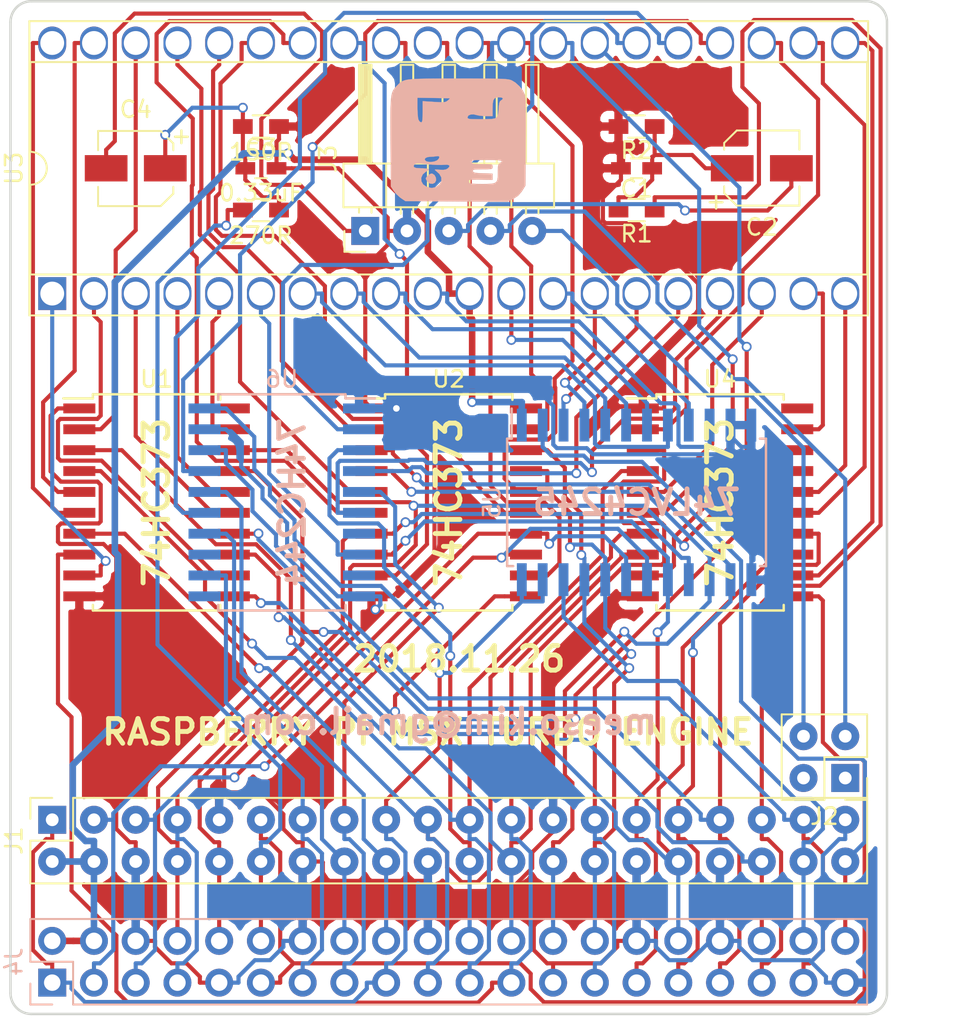
<source format=kicad_pcb>
(kicad_pcb (version 4) (host pcbnew 4.0.7)
  (layers (0 F.Cu signal) (31 B.Cu signal) (34 B.Paste user) (35 F.Paste user) (36 B.SilkS user) (37 F.SilkS user) (38 B.Mask user) (39 F.Mask user) (44 Edge.Cuts user))
  (net 0 "")
  (net 1 GND)
  (net 2 +5V)
  (net 3 /RD3)
  (net 4 /RD4)
  (net 5 /RD6)
  (net 6 /RD7)
  (net 7 /RD0)
  (net 8 /RD1)
  (net 9 /RD2)
  (net 10 /RD5)
  (net 11 /RFSH)
  (net 12 /INT)
  (net 13 /M1)
  (net 14 /IORQ)
  (net 15 /MREQ)
  (net 16 /WR)
  (net 17 /RD)
  (net 18 /RESET)
  (net 19 /A9)
  (net 20 /A15)
  (net 21 /A11)
  (net 22 /A10)
  (net 23 /A7)
  (net 24 /A6)
  (net 25 /A12)
  (net 26 /A8)
  (net 27 /A14)
  (net 28 /A13)
  (net 29 /A1)
  (net 30 /A0)
  (net 31 /A3)
  (net 32 /A2)
  (net 33 /A5)
  (net 34 /A4)
  (net 35 /D1)
  (net 36 /D0)
  (net 37 /D3)
  (net 38 /D2)
  (net 39 /D5)
  (net 40 /D4)
  (net 41 /D7)
  (net 42 /D6)
  (net 43 /CLK)
  (net 44 +3V3)
  (net 45 /RA8)
  (net 46 /RA10)
  (net 47 /RA11)
  (net 48 /RA15)
  (net 49 /RA12)
  (net 50 /RA9)
  (net 51 /RA13)
  (net 52 /RA14)
  (net 53 /RC17)
  (net 54 /RC18)
  (net 55 /RC27)
  (net 56 /RC23)
  (net 57 /RC25)
  (net 58 /RC19)
  (net 59 /RC20)
  (net 60 /RC16)
  (net 61 /RC26)
  (net 62 /RC22)
  (net 63 /RC21)
  (net 64 "Net-(C1-Pad1)")
  (net 65 "Net-(C2-Pad2)")
  (net 66 "Net-(C3-Pad1)")
  (net 67 "Net-(C4-Pad2)")
  (net 68 /RC24)
  (net 69 "Net-(J2-Pad1)")
  (net 70 "Net-(J2-Pad2)")
  (net 71 "Net-(J2-Pad3)")
  (net 72 "Net-(J2-Pad4)")
  (net 73 /BUSACK)
  (net 74 /WAIT)
  (net 75 /BUSRQ)
  (net 76 /NMI)
  (net 77 /HALT)
  (net 78 "Net-(U6-Pad7)")
  (net 79 "Net-(U6-Pad9)")
  (net 80 "Net-(U6-Pad11)")
  (net 81 "Net-(U6-Pad13)")
  (net 82 "Net-(U1-Pad20)")
  (net 83 "Net-(U2-Pad20)")
  (net 84 "Net-(U4-Pad20)")
  (module Capacitors_SMD:C_0603_HandSoldering (layer F.Cu) (at 161.29 69.85 180)
    (fp_text reference C1 (at 0 -1.25 180) (layer F.SilkS))
    (fp_text value 0.33uF)
    (pad 1 smd rect (at -0.95 0 180) (size 1.2 0.75) (layers F.Cu F.Paste F.Mask) (net 64 "Net-(C1-Pad1)"))
    (pad 2 smd rect (at 0.95 0 180) (size 1.2 0.75) (layers F.Cu F.Paste F.Mask) (net 1 GND))
  )
  (module Capacitors_SMD:CP_Elec_4x4.5 (layer F.Cu) (at 168.91 69.85)
    (fp_text reference C2 (at 0 3.58 180) (layer F.SilkS))
    (fp_text value 10uF)
    (fp_text user + (at -2.78 1.99 180) (layer F.SilkS))
    (pad 1 smd rect (at -1.8 0 180) (size 2.6 1.6) (layers F.Cu F.Paste F.Mask) (net 64 "Net-(C1-Pad1)"))
    (pad 2 smd rect (at 1.8 0 180) (size 2.6 1.6) (layers F.Cu F.Paste F.Mask) (net 65 "Net-(C2-Pad2)"))
  )
  (module Capacitors_SMD:C_0603_HandSoldering (layer F.Cu) (at 138.43 69.85)
    (fp_text reference C3 (at 0 -1.25) (layer F.SilkS))
    (fp_text value 0.33uF (at 0 1.5) (layer F.SilkS))
    (pad 1 smd rect (at -0.95 0) (size 1.2 0.75) (layers F.Cu F.Paste F.Mask) (net 66 "Net-(C3-Pad1)"))
    (pad 2 smd rect (at 0.95 0) (size 1.2 0.75) (layers F.Cu F.Paste F.Mask) (net 1 GND))
  )
  (module Capacitors_SMD:CP_Elec_4x4.5 (layer F.Cu) (at 130.81 69.85 180)
    (fp_text reference C4 (at 0 3.58 360) (layer F.SilkS))
    (fp_text value 10uF)
    (fp_text user + (at -2.78 1.99 360) (layer F.SilkS))
    (pad 1 smd rect (at -1.8 0) (size 2.6 1.6) (layers F.Cu F.Paste F.Mask) (net 66 "Net-(C3-Pad1)"))
    (pad 2 smd rect (at 1.8 0) (size 2.6 1.6) (layers F.Cu F.Paste F.Mask) (net 67 "Net-(C4-Pad2)"))
  )
  (module Socket_Strips:Socket_Strip_Straight_2x20_Pitch2.54mm (layer F.Cu) (at 125.73 109.474 90)
    (fp_text reference J1 (at -1.27 -2.33 90) (layer F.SilkS))
    (fp_text value RPi_GPIO)
    (pad 1 thru_hole rect (at 0 0 90) (size 1.7 1.7) (drill 0.777) (layers *.Cu *.Mask) (net 44 +3V3))
    (pad 2 thru_hole oval (at -2.54 0 90) (size 1.7 1.7) (drill 0.777) (layers *.Cu *.Mask) (net 2 +5V))
    (pad 3 thru_hole oval (at 0 2.54 90) (size 1.7 1.7) (drill 0.777) (layers *.Cu *.Mask) (net 9 /RD2))
    (pad 4 thru_hole oval (at -2.54 2.54 90) (size 1.7 1.7) (drill 0.777) (layers *.Cu *.Mask) (net 2 +5V))
    (pad 5 thru_hole oval (at 0 5.08 90) (size 1.7 1.7) (drill 0.777) (layers *.Cu *.Mask) (net 3 /RD3))
    (pad 6 thru_hole oval (at -2.54 5.08 90) (size 1.7 1.7) (drill 0.777) (layers *.Cu *.Mask) (net 1 GND))
    (pad 7 thru_hole oval (at 0 7.62 90) (size 1.7 1.7) (drill 0.777) (layers *.Cu *.Mask) (net 4 /RD4))
    (pad 8 thru_hole oval (at -2.54 7.62 90) (size 1.7 1.7) (drill 0.777) (layers *.Cu *.Mask) (net 52 /RA14))
    (pad 9 thru_hole oval (at 0 10.16 90) (size 1.7 1.7) (drill 0.777) (layers *.Cu *.Mask) (net 1 GND))
    (pad 10 thru_hole oval (at -2.54 10.16 90) (size 1.7 1.7) (drill 0.777) (layers *.Cu *.Mask) (net 48 /RA15))
    (pad 11 thru_hole oval (at 0 12.7 90) (size 1.7 1.7) (drill 0.777) (layers *.Cu *.Mask) (net 53 /RC17))
    (pad 12 thru_hole oval (at -2.54 12.7 90) (size 1.7 1.7) (drill 0.777) (layers *.Cu *.Mask) (net 54 /RC18))
    (pad 13 thru_hole oval (at 0 15.24 90) (size 1.7 1.7) (drill 0.777) (layers *.Cu *.Mask) (net 55 /RC27))
    (pad 14 thru_hole oval (at -2.54 15.24 90) (size 1.7 1.7) (drill 0.777) (layers *.Cu *.Mask) (net 1 GND))
    (pad 15 thru_hole oval (at 0 17.78 90) (size 1.7 1.7) (drill 0.777) (layers *.Cu *.Mask) (net 62 /RC22))
    (pad 16 thru_hole oval (at -2.54 17.78 90) (size 1.7 1.7) (drill 0.777) (layers *.Cu *.Mask) (net 56 /RC23))
    (pad 17 thru_hole oval (at 0 20.32 90) (size 1.7 1.7) (drill 0.777) (layers *.Cu *.Mask) (net 44 +3V3))
    (pad 18 thru_hole oval (at -2.54 20.32 90) (size 1.7 1.7) (drill 0.777) (layers *.Cu *.Mask) (net 68 /RC24))
    (pad 19 thru_hole oval (at 0 22.86 90) (size 1.7 1.7) (drill 0.777) (layers *.Cu *.Mask) (net 46 /RA10))
    (pad 20 thru_hole oval (at -2.54 22.86 90) (size 1.7 1.7) (drill 0.777) (layers *.Cu *.Mask) (net 1 GND))
    (pad 21 thru_hole oval (at 0 25.4 90) (size 1.7 1.7) (drill 0.777) (layers *.Cu *.Mask) (net 50 /RA9))
    (pad 22 thru_hole oval (at -2.54 25.4 90) (size 1.7 1.7) (drill 0.777) (layers *.Cu *.Mask) (net 57 /RC25))
    (pad 23 thru_hole oval (at 0 27.94 90) (size 1.7 1.7) (drill 0.777) (layers *.Cu *.Mask) (net 47 /RA11))
    (pad 24 thru_hole oval (at -2.54 27.94 90) (size 1.7 1.7) (drill 0.777) (layers *.Cu *.Mask) (net 45 /RA8))
    (pad 25 thru_hole oval (at 0 30.48 90) (size 1.7 1.7) (drill 0.777) (layers *.Cu *.Mask) (net 1 GND))
    (pad 26 thru_hole oval (at -2.54 30.48 90) (size 1.7 1.7) (drill 0.777) (layers *.Cu *.Mask) (net 6 /RD7))
    (pad 27 thru_hole oval (at 0 33.02 90) (size 1.7 1.7) (drill 0.777) (layers *.Cu *.Mask) (net 7 /RD0))
    (pad 28 thru_hole oval (at -2.54 33.02 90) (size 1.7 1.7) (drill 0.777) (layers *.Cu *.Mask) (net 8 /RD1))
    (pad 29 thru_hole oval (at 0 35.56 90) (size 1.7 1.7) (drill 0.777) (layers *.Cu *.Mask) (net 10 /RD5))
    (pad 30 thru_hole oval (at -2.54 35.56 90) (size 1.7 1.7) (drill 0.777) (layers *.Cu *.Mask) (net 1 GND))
    (pad 31 thru_hole oval (at 0 38.1 90) (size 1.7 1.7) (drill 0.777) (layers *.Cu *.Mask) (net 5 /RD6))
    (pad 32 thru_hole oval (at -2.54 38.1 90) (size 1.7 1.7) (drill 0.777) (layers *.Cu *.Mask) (net 49 /RA12))
    (pad 33 thru_hole oval (at 0 40.64 90) (size 1.7 1.7) (drill 0.777) (layers *.Cu *.Mask) (net 51 /RA13))
    (pad 34 thru_hole oval (at -2.54 40.64 90) (size 1.7 1.7) (drill 0.777) (layers *.Cu *.Mask) (net 1 GND))
    (pad 35 thru_hole oval (at 0 43.18 90) (size 1.7 1.7) (drill 0.777) (layers *.Cu *.Mask) (net 58 /RC19))
    (pad 36 thru_hole oval (at -2.54 43.18 90) (size 1.7 1.7) (drill 0.777) (layers *.Cu *.Mask) (net 60 /RC16))
    (pad 37 thru_hole oval (at 0 45.72 90) (size 1.7 1.7) (drill 0.777) (layers *.Cu *.Mask) (net 61 /RC26))
    (pad 38 thru_hole oval (at -2.54 45.72 90) (size 1.7 1.7) (drill 0.777) (layers *.Cu *.Mask) (net 59 /RC20))
    (pad 39 thru_hole oval (at 0 48.26 90) (size 1.7 1.7) (drill 0.777) (layers *.Cu *.Mask) (net 1 GND))
    (pad 40 thru_hole oval (at -2.54 48.26 90) (size 1.7 1.7) (drill 0.777) (layers *.Cu *.Mask) (net 63 /RC21))
  )
  (module Pin_Headers:Pin_Header_Straight_2x02_Pitch2.54mm (layer F.Cu) (at 173.99 106.934 180)
    (fp_text reference J2 (at 1.27 -2.33 180) (layer F.SilkS))
    (fp_text value Conn_02x02_Odd_Even)
    (pad 1 thru_hole rect (at 0 0 180) (size 1.7 1.7) (drill 0.777) (layers *.Cu *.Mask) (net 69 "Net-(J2-Pad1)"))
    (pad 2 thru_hole oval (at 2.54 0 180) (size 1.7 1.7) (drill 0.777) (layers *.Cu *.Mask) (net 70 "Net-(J2-Pad2)"))
    (pad 3 thru_hole oval (at 0 2.54 180) (size 1.7 1.7) (drill 0.777) (layers *.Cu *.Mask) (net 71 "Net-(J2-Pad3)"))
    (pad 4 thru_hole oval (at 2.54 2.54 180) (size 1.7 1.7) (drill 0.777) (layers *.Cu *.Mask) (net 72 "Net-(J2-Pad4)"))
  )
  (module Pin_Headers:Pin_Header_Angled_1x05_Pitch2.54mm (layer F.Cu) (at 144.78 73.66 90)
    (fp_text reference J3 (at 4.385 -2.27 90) (layer F.SilkS))
    (fp_text value Conn_01x05_Male)
    (pad 1 thru_hole rect (at 0 0 90) (size 1.7 1.7) (drill 0.777) (layers *.Cu *.Mask) (net 67 "Net-(C4-Pad2)"))
    (pad 2 thru_hole oval (at 0 2.54 90) (size 1.7 1.7) (drill 0.777) (layers *.Cu *.Mask) (net 1 GND))
    (pad 3 thru_hole oval (at 0 5.08 90) (size 1.7 1.7) (drill 0.777) (layers *.Cu *.Mask) (net 65 "Net-(C2-Pad2)"))
    (pad 4 thru_hole oval (at 0 7.62 90) (size 1.7 1.7) (drill 0.777) (layers *.Cu *.Mask) (net 71 "Net-(J2-Pad3)"))
    (pad 5 thru_hole oval (at 0 10.16 90) (size 1.7 1.7) (drill 0.777) (layers *.Cu *.Mask) (net 72 "Net-(J2-Pad4)"))
  )
  (module Resistors_SMD:R_0603_HandSoldering (layer F.Cu) (at 161.29 72.39 180)
    (fp_text reference R1 (at 0 -1.45 180) (layer F.SilkS))
    (fp_text value 270R)
    (pad 1 smd rect (at -1.1 0 180) (size 1.2 0.9) (layers F.Cu F.Paste F.Mask) (net 58 /RC19))
    (pad 2 smd rect (at 1.1 0 180) (size 1.2 0.9) (layers F.Cu F.Paste F.Mask) (net 64 "Net-(C1-Pad1)"))
  )
  (module Resistors_SMD:R_0603_HandSoldering (layer F.Cu) (at 161.29 67.31 180)
    (fp_text reference R2 (at 0 -1.45 180) (layer F.SilkS))
    (fp_text value 150R)
    (pad 1 smd rect (at -1.1 0 180) (size 1.2 0.9) (layers F.Cu F.Paste F.Mask) (net 64 "Net-(C1-Pad1)"))
    (pad 2 smd rect (at 1.1 0 180) (size 1.2 0.9) (layers F.Cu F.Paste F.Mask) (net 1 GND))
  )
  (module Resistors_SMD:R_0603_HandSoldering (layer F.Cu) (at 138.43 72.39)
    (fp_text reference R3 hide)
    (fp_text value 270R (at 0 1.55) (layer F.SilkS))
    (pad 1 smd rect (at -1.1 0) (size 1.2 0.9) (layers F.Cu F.Paste F.Mask) (net 54 /RC18))
    (pad 2 smd rect (at 1.1 0) (size 1.2 0.9) (layers F.Cu F.Paste F.Mask) (net 66 "Net-(C3-Pad1)"))
  )
  (module Resistors_SMD:R_0603_HandSoldering (layer F.Cu) (at 138.43 67.31)
    (fp_text reference R4 hide)
    (fp_text value 150R (at 0 1.55) (layer F.SilkS))
    (pad 1 smd rect (at -1.1 0) (size 1.2 0.9) (layers F.Cu F.Paste F.Mask) (net 66 "Net-(C3-Pad1)"))
    (pad 2 smd rect (at 1.1 0) (size 1.2 0.9) (layers F.Cu F.Paste F.Mask) (net 1 GND))
  )
  (module Housings_SOIC:SOIC-20W_7.5x12.8mm_Pitch1.27mm (layer F.Cu) (at 132.08 90.17)
    (fp_text reference U1 (at 0 -7.5) (layer F.SilkS))
    (fp_text value 74LS373)
    (pad 1 smd rect (at -4.7 -5.715) (size 1.95 0.6) (layers F.Cu F.Paste F.Mask) (net 1 GND))
    (pad 2 smd rect (at -4.7 -4.445) (size 1.95 0.6) (layers F.Cu F.Paste F.Mask) (net 26 /A8))
    (pad 3 smd rect (at -4.7 -3.175) (size 1.95 0.6) (layers F.Cu F.Paste F.Mask) (net 45 /RA8))
    (pad 4 smd rect (at -4.7 -1.905) (size 1.95 0.6) (layers F.Cu F.Paste F.Mask) (net 50 /RA9))
    (pad 5 smd rect (at -4.7 -0.635) (size 1.95 0.6) (layers F.Cu F.Paste F.Mask) (net 19 /A9))
    (pad 6 smd rect (at -4.7 0.635) (size 1.95 0.6) (layers F.Cu F.Paste F.Mask) (net 22 /A10))
    (pad 7 smd rect (at -4.7 1.905) (size 1.95 0.6) (layers F.Cu F.Paste F.Mask) (net 46 /RA10))
    (pad 8 smd rect (at -4.7 3.175) (size 1.95 0.6) (layers F.Cu F.Paste F.Mask) (net 47 /RA11))
    (pad 9 smd rect (at -4.7 4.445) (size 1.95 0.6) (layers F.Cu F.Paste F.Mask) (net 21 /A11))
    (pad 10 smd rect (at -4.7 5.715) (size 1.95 0.6) (layers F.Cu F.Paste F.Mask) (net 1 GND))
    (pad 11 smd rect (at 4.7 5.715) (size 1.95 0.6) (layers F.Cu F.Paste F.Mask) (net 60 /RC16))
    (pad 12 smd rect (at 4.7 4.445) (size 1.95 0.6) (layers F.Cu F.Paste F.Mask) (net 25 /A12))
    (pad 13 smd rect (at 4.7 3.175) (size 1.95 0.6) (layers F.Cu F.Paste F.Mask) (net 49 /RA12))
    (pad 14 smd rect (at 4.7 1.905) (size 1.95 0.6) (layers F.Cu F.Paste F.Mask) (net 51 /RA13))
    (pad 15 smd rect (at 4.7 0.635) (size 1.95 0.6) (layers F.Cu F.Paste F.Mask) (net 28 /A13))
    (pad 16 smd rect (at 4.7 -0.635) (size 1.95 0.6) (layers F.Cu F.Paste F.Mask) (net 27 /A14))
    (pad 17 smd rect (at 4.7 -1.905) (size 1.95 0.6) (layers F.Cu F.Paste F.Mask) (net 52 /RA14))
    (pad 18 smd rect (at 4.7 -3.175) (size 1.95 0.6) (layers F.Cu F.Paste F.Mask) (net 48 /RA15))
    (pad 19 smd rect (at 4.7 -4.445) (size 1.95 0.6) (layers F.Cu F.Paste F.Mask) (net 20 /A15))
    (pad 20 smd rect (at 4.7 -5.715) (size 1.95 0.6) (layers F.Cu F.Paste F.Mask) (net 82 "Net-(U1-Pad20)"))
  )
  (module Housings_SOIC:SOIC-20W_7.5x12.8mm_Pitch1.27mm (layer F.Cu) (at 149.86 90.17)
    (fp_text reference U2 (at 0 -7.5) (layer F.SilkS))
    (fp_text value 74LS373)
    (pad 1 smd rect (at -4.7 -5.715) (size 1.95 0.6) (layers F.Cu F.Paste F.Mask) (net 1 GND))
    (pad 2 smd rect (at -4.7 -4.445) (size 1.95 0.6) (layers F.Cu F.Paste F.Mask) (net 24 /A6))
    (pad 3 smd rect (at -4.7 -3.175) (size 1.95 0.6) (layers F.Cu F.Paste F.Mask) (net 5 /RD6))
    (pad 4 smd rect (at -4.7 -1.905) (size 1.95 0.6) (layers F.Cu F.Paste F.Mask) (net 6 /RD7))
    (pad 5 smd rect (at -4.7 -0.635) (size 1.95 0.6) (layers F.Cu F.Paste F.Mask) (net 23 /A7))
    (pad 6 smd rect (at -4.7 0.635) (size 1.95 0.6) (layers F.Cu F.Paste F.Mask) (net 34 /A4))
    (pad 7 smd rect (at -4.7 1.905) (size 1.95 0.6) (layers F.Cu F.Paste F.Mask) (net 4 /RD4))
    (pad 8 smd rect (at -4.7 3.175) (size 1.95 0.6) (layers F.Cu F.Paste F.Mask) (net 10 /RD5))
    (pad 9 smd rect (at -4.7 4.445) (size 1.95 0.6) (layers F.Cu F.Paste F.Mask) (net 33 /A5))
    (pad 10 smd rect (at -4.7 5.715) (size 1.95 0.6) (layers F.Cu F.Paste F.Mask) (net 1 GND))
    (pad 11 smd rect (at 4.7 5.715) (size 1.95 0.6) (layers F.Cu F.Paste F.Mask) (net 60 /RC16))
    (pad 12 smd rect (at 4.7 4.445) (size 1.95 0.6) (layers F.Cu F.Paste F.Mask) (net 32 /A2))
    (pad 13 smd rect (at 4.7 3.175) (size 1.95 0.6) (layers F.Cu F.Paste F.Mask) (net 9 /RD2))
    (pad 14 smd rect (at 4.7 1.905) (size 1.95 0.6) (layers F.Cu F.Paste F.Mask) (net 3 /RD3))
    (pad 15 smd rect (at 4.7 0.635) (size 1.95 0.6) (layers F.Cu F.Paste F.Mask) (net 31 /A3))
    (pad 16 smd rect (at 4.7 -0.635) (size 1.95 0.6) (layers F.Cu F.Paste F.Mask) (net 30 /A0))
    (pad 17 smd rect (at 4.7 -1.905) (size 1.95 0.6) (layers F.Cu F.Paste F.Mask) (net 7 /RD0))
    (pad 18 smd rect (at 4.7 -3.175) (size 1.95 0.6) (layers F.Cu F.Paste F.Mask) (net 8 /RD1))
    (pad 19 smd rect (at 4.7 -4.445) (size 1.95 0.6) (layers F.Cu F.Paste F.Mask) (net 29 /A1))
    (pad 20 smd rect (at 4.7 -5.715) (size 1.95 0.6) (layers F.Cu F.Paste F.Mask) (net 83 "Net-(U2-Pad20)"))
  )
  (module Housings_DIP:DIP-40_W15.24mm_Socket (layer F.Cu) (at 125.73 77.47 90)
    (fp_text reference U3 (at 7.62 -2.33 90) (layer F.SilkS))
    (fp_text value Z80CPU)
    (pad 1 thru_hole rect (at 0 0 90) (size 2 1.7) (drill 1.45) (layers *.Cu *.Mask) (net 21 /A11))
    (pad 21 thru_hole oval (at 15.24 48.26 90) (size 2 1.7) (drill 1.45) (layers *.Cu *.Mask) (net 17 /RD))
    (pad 2 thru_hole oval (at 0 2.54 90) (size 2 1.7) (drill 1.45) (layers *.Cu *.Mask) (net 25 /A12))
    (pad 22 thru_hole oval (at 15.24 45.72 90) (size 2 1.7) (drill 1.45) (layers *.Cu *.Mask) (net 16 /WR))
    (pad 3 thru_hole oval (at 0 5.08 90) (size 2 1.7) (drill 1.45) (layers *.Cu *.Mask) (net 28 /A13))
    (pad 23 thru_hole oval (at 15.24 43.18 90) (size 2 1.7) (drill 1.45) (layers *.Cu *.Mask) (net 73 /BUSACK))
    (pad 4 thru_hole oval (at 0 7.62 90) (size 2 1.7) (drill 1.45) (layers *.Cu *.Mask) (net 27 /A14))
    (pad 24 thru_hole oval (at 15.24 40.64 90) (size 2 1.7) (drill 1.45) (layers *.Cu *.Mask) (net 74 /WAIT))
    (pad 5 thru_hole oval (at 0 10.16 90) (size 2 1.7) (drill 1.45) (layers *.Cu *.Mask) (net 20 /A15))
    (pad 25 thru_hole oval (at 15.24 38.1 90) (size 2 1.7) (drill 1.45) (layers *.Cu *.Mask) (net 75 /BUSRQ))
    (pad 6 thru_hole oval (at 0 12.7 90) (size 2 1.7) (drill 1.45) (layers *.Cu *.Mask) (net 43 /CLK))
    (pad 26 thru_hole oval (at 15.24 35.56 90) (size 2 1.7) (drill 1.45) (layers *.Cu *.Mask) (net 18 /RESET))
    (pad 7 thru_hole oval (at 0 15.24 90) (size 2 1.7) (drill 1.45) (layers *.Cu *.Mask) (net 40 /D4))
    (pad 27 thru_hole oval (at 15.24 33.02 90) (size 2 1.7) (drill 1.45) (layers *.Cu *.Mask) (net 13 /M1))
    (pad 8 thru_hole oval (at 0 17.78 90) (size 2 1.7) (drill 1.45) (layers *.Cu *.Mask) (net 37 /D3))
    (pad 28 thru_hole oval (at 15.24 30.48 90) (size 2 1.7) (drill 1.45) (layers *.Cu *.Mask) (net 11 /RFSH))
    (pad 9 thru_hole oval (at 0 20.32 90) (size 2 1.7) (drill 1.45) (layers *.Cu *.Mask) (net 39 /D5))
    (pad 29 thru_hole oval (at 15.24 27.94 90) (size 2 1.7) (drill 1.45) (layers *.Cu *.Mask) (net 1 GND))
    (pad 10 thru_hole oval (at 0 22.86 90) (size 2 1.7) (drill 1.45) (layers *.Cu *.Mask) (net 42 /D6))
    (pad 30 thru_hole oval (at 15.24 25.4 90) (size 2 1.7) (drill 1.45) (layers *.Cu *.Mask) (net 30 /A0))
    (pad 11 thru_hole oval (at 0 25.4 90) (size 2 1.7) (drill 1.45) (layers *.Cu *.Mask) (net 2 +5V))
    (pad 31 thru_hole oval (at 15.24 22.86 90) (size 2 1.7) (drill 1.45) (layers *.Cu *.Mask) (net 29 /A1))
    (pad 12 thru_hole oval (at 0 27.94 90) (size 2 1.7) (drill 1.45) (layers *.Cu *.Mask) (net 38 /D2))
    (pad 32 thru_hole oval (at 15.24 20.32 90) (size 2 1.7) (drill 1.45) (layers *.Cu *.Mask) (net 32 /A2))
    (pad 13 thru_hole oval (at 0 30.48 90) (size 2 1.7) (drill 1.45) (layers *.Cu *.Mask) (net 41 /D7))
    (pad 33 thru_hole oval (at 15.24 17.78 90) (size 2 1.7) (drill 1.45) (layers *.Cu *.Mask) (net 31 /A3))
    (pad 14 thru_hole oval (at 0 33.02 90) (size 2 1.7) (drill 1.45) (layers *.Cu *.Mask) (net 36 /D0))
    (pad 34 thru_hole oval (at 15.24 15.24 90) (size 2 1.7) (drill 1.45) (layers *.Cu *.Mask) (net 34 /A4))
    (pad 15 thru_hole oval (at 0 35.56 90) (size 2 1.7) (drill 1.45) (layers *.Cu *.Mask) (net 35 /D1))
    (pad 35 thru_hole oval (at 15.24 12.7 90) (size 2 1.7) (drill 1.45) (layers *.Cu *.Mask) (net 33 /A5))
    (pad 16 thru_hole oval (at 0 38.1 90) (size 2 1.7) (drill 1.45) (layers *.Cu *.Mask) (net 12 /INT))
    (pad 36 thru_hole oval (at 15.24 10.16 90) (size 2 1.7) (drill 1.45) (layers *.Cu *.Mask) (net 24 /A6))
    (pad 17 thru_hole oval (at 0 40.64 90) (size 2 1.7) (drill 1.45) (layers *.Cu *.Mask) (net 76 /NMI))
    (pad 37 thru_hole oval (at 15.24 7.62 90) (size 2 1.7) (drill 1.45) (layers *.Cu *.Mask) (net 23 /A7))
    (pad 18 thru_hole oval (at 0 43.18 90) (size 2 1.7) (drill 1.45) (layers *.Cu *.Mask) (net 77 /HALT))
    (pad 38 thru_hole oval (at 15.24 5.08 90) (size 2 1.7) (drill 1.45) (layers *.Cu *.Mask) (net 26 /A8))
    (pad 19 thru_hole oval (at 0 45.72 90) (size 2 1.7) (drill 1.45) (layers *.Cu *.Mask) (net 15 /MREQ))
    (pad 39 thru_hole oval (at 15.24 2.54 90) (size 2 1.7) (drill 1.45) (layers *.Cu *.Mask) (net 19 /A9))
    (pad 20 thru_hole oval (at 0 48.26 90) (size 2 1.7) (drill 1.45) (layers *.Cu *.Mask) (net 14 /IORQ))
    (pad 40 thru_hole oval (at 15.24 0 90) (size 2 1.7) (drill 1.45) (layers *.Cu *.Mask) (net 22 /A10))
  )
  (module Housings_SOIC:SOIC-20W_7.5x12.8mm_Pitch1.27mm (layer F.Cu) (at 166.37 90.17)
    (fp_text reference U4 (at 0 -7.5) (layer F.SilkS))
    (fp_text value 74LS373)
    (pad 1 smd rect (at -4.7 -5.715) (size 1.95 0.6) (layers F.Cu F.Paste F.Mask) (net 1 GND))
    (pad 2 smd rect (at -4.7 -4.445) (size 1.95 0.6) (layers F.Cu F.Paste F.Mask) (net 73 /BUSACK))
    (pad 3 smd rect (at -4.7 -3.175) (size 1.95 0.6) (layers F.Cu F.Paste F.Mask) (net 45 /RA8))
    (pad 4 smd rect (at -4.7 -1.905) (size 1.95 0.6) (layers F.Cu F.Paste F.Mask) (net 50 /RA9))
    (pad 5 smd rect (at -4.7 -0.635) (size 1.95 0.6) (layers F.Cu F.Paste F.Mask) (net 77 /HALT))
    (pad 6 smd rect (at -4.7 0.635) (size 1.95 0.6) (layers F.Cu F.Paste F.Mask) (net 11 /RFSH))
    (pad 7 smd rect (at -4.7 1.905) (size 1.95 0.6) (layers F.Cu F.Paste F.Mask) (net 46 /RA10))
    (pad 8 smd rect (at -4.7 3.175) (size 1.95 0.6) (layers F.Cu F.Paste F.Mask) (net 47 /RA11))
    (pad 9 smd rect (at -4.7 4.445) (size 1.95 0.6) (layers F.Cu F.Paste F.Mask) (net 13 /M1))
    (pad 10 smd rect (at -4.7 5.715) (size 1.95 0.6) (layers F.Cu F.Paste F.Mask) (net 1 GND))
    (pad 11 smd rect (at 4.7 5.715) (size 1.95 0.6) (layers F.Cu F.Paste F.Mask) (net 53 /RC17))
    (pad 12 smd rect (at 4.7 4.445) (size 1.95 0.6) (layers F.Cu F.Paste F.Mask) (net 17 /RD))
    (pad 13 smd rect (at 4.7 3.175) (size 1.95 0.6) (layers F.Cu F.Paste F.Mask) (net 49 /RA12))
    (pad 14 smd rect (at 4.7 1.905) (size 1.95 0.6) (layers F.Cu F.Paste F.Mask) (net 51 /RA13))
    (pad 15 smd rect (at 4.7 0.635) (size 1.95 0.6) (layers F.Cu F.Paste F.Mask) (net 16 /WR))
    (pad 16 smd rect (at 4.7 -0.635) (size 1.95 0.6) (layers F.Cu F.Paste F.Mask) (net 14 /IORQ))
    (pad 17 smd rect (at 4.7 -1.905) (size 1.95 0.6) (layers F.Cu F.Paste F.Mask) (net 52 /RA14))
    (pad 18 smd rect (at 4.7 -3.175) (size 1.95 0.6) (layers F.Cu F.Paste F.Mask) (net 48 /RA15))
    (pad 19 smd rect (at 4.7 -4.445) (size 1.95 0.6) (layers F.Cu F.Paste F.Mask) (net 15 /MREQ))
    (pad 20 smd rect (at 4.7 -5.715) (size 1.95 0.6) (layers F.Cu F.Paste F.Mask) (net 84 "Net-(U4-Pad20)"))
  )
  (module Housings_SOIC:SOIC-24W_7.5x15.4mm_Pitch1.27mm (layer B.Cu) (at 161.29 90.17 270)
    (fp_text reference U5 (at 0 8.8 270) (layer B.SilkS) (effects (justify mirror)))
    (fp_text value LVC4245)
    (pad 1 smd rect (at -4.7 6.985 270) (size 2 0.6) (layers B.Cu B.Paste B.Mask) (net 2 +5V))
    (pad 2 smd rect (at -4.7 5.715 270) (size 2 0.6) (layers B.Cu B.Paste B.Mask) (net 63 /RC21))
    (pad 3 smd rect (at -4.7 4.445 270) (size 2 0.6) (layers B.Cu B.Paste B.Mask) (net 35 /D1))
    (pad 4 smd rect (at -4.7 3.175 270) (size 2 0.6) (layers B.Cu B.Paste B.Mask) (net 36 /D0))
    (pad 5 smd rect (at -4.7 1.905 270) (size 2 0.6) (layers B.Cu B.Paste B.Mask) (net 37 /D3))
    (pad 6 smd rect (at -4.7 0.635 270) (size 2 0.6) (layers B.Cu B.Paste B.Mask) (net 38 /D2))
    (pad 7 smd rect (at -4.7 -0.635 270) (size 2 0.6) (layers B.Cu B.Paste B.Mask) (net 39 /D5))
    (pad 8 smd rect (at -4.7 -1.905 270) (size 2 0.6) (layers B.Cu B.Paste B.Mask) (net 40 /D4))
    (pad 9 smd rect (at -4.7 -3.175 270) (size 2 0.6) (layers B.Cu B.Paste B.Mask) (net 41 /D7))
    (pad 10 smd rect (at -4.7 -4.445 270) (size 2 0.6) (layers B.Cu B.Paste B.Mask) (net 42 /D6))
    (pad 11 smd rect (at -4.7 -5.715 270) (size 2 0.6) (layers B.Cu B.Paste B.Mask) (net 1 GND))
    (pad 12 smd rect (at -4.7 -6.985 270) (size 2 0.6) (layers B.Cu B.Paste B.Mask) (net 1 GND))
    (pad 13 smd rect (at 4.7 -6.985 270) (size 2 0.6) (layers B.Cu B.Paste B.Mask) (net 1 GND))
    (pad 14 smd rect (at 4.7 -5.715 270) (size 2 0.6) (layers B.Cu B.Paste B.Mask) (net 5 /RD6))
    (pad 15 smd rect (at 4.7 -4.445 270) (size 2 0.6) (layers B.Cu B.Paste B.Mask) (net 6 /RD7))
    (pad 16 smd rect (at 4.7 -3.175 270) (size 2 0.6) (layers B.Cu B.Paste B.Mask) (net 4 /RD4))
    (pad 17 smd rect (at 4.7 -1.905 270) (size 2 0.6) (layers B.Cu B.Paste B.Mask) (net 10 /RD5))
    (pad 18 smd rect (at 4.7 -0.635 270) (size 2 0.6) (layers B.Cu B.Paste B.Mask) (net 9 /RD2))
    (pad 19 smd rect (at 4.7 0.635 270) (size 2 0.6) (layers B.Cu B.Paste B.Mask) (net 3 /RD3))
    (pad 20 smd rect (at 4.7 1.905 270) (size 2 0.6) (layers B.Cu B.Paste B.Mask) (net 7 /RD0))
    (pad 21 smd rect (at 4.7 3.175 270) (size 2 0.6) (layers B.Cu B.Paste B.Mask) (net 8 /RD1))
    (pad 22 smd rect (at 4.7 4.445 270) (size 2 0.6) (layers B.Cu B.Paste B.Mask) (net 59 /RC20))
    (pad 23 smd rect (at 4.7 5.715 270) (size 2 0.6) (layers B.Cu B.Paste B.Mask) (net 44 +3V3))
    (pad 24 smd rect (at 4.7 6.985 270) (size 2 0.6) (layers B.Cu B.Paste B.Mask) (net 44 +3V3))
  )
  (module Housings_SOIC:SOIC-20W_7.5x12.8mm_Pitch1.27mm (layer B.Cu) (at 139.7 90.17 180)
    (fp_text reference U6 (at 0 7.5 180) (layer B.SilkS) (effects (justify mirror)))
    (fp_text value 74HC244)
    (pad 1 smd rect (at -4.7 5.715 180) (size 1.95 0.6) (layers B.Cu B.Paste B.Mask) (net 1 GND))
    (pad 2 smd rect (at -4.7 4.445 180) (size 1.95 0.6) (layers B.Cu B.Paste B.Mask) (net 18 /RESET))
    (pad 3 smd rect (at -4.7 3.175 180) (size 1.95 0.6) (layers B.Cu B.Paste B.Mask) (net 57 /RC25))
    (pad 4 smd rect (at -4.7 1.905 180) (size 1.95 0.6) (layers B.Cu B.Paste B.Mask) (net 12 /INT))
    (pad 5 smd rect (at -4.7 0.635 180) (size 1.95 0.6) (layers B.Cu B.Paste B.Mask) (net 62 /RC22))
    (pad 6 smd rect (at -4.7 -0.635 180) (size 1.95 0.6) (layers B.Cu B.Paste B.Mask) (net 76 /NMI))
    (pad 7 smd rect (at -4.7 -1.905 180) (size 1.95 0.6) (layers B.Cu B.Paste B.Mask) (net 78 "Net-(U6-Pad7)"))
    (pad 8 smd rect (at -4.7 -3.175 180) (size 1.95 0.6) (layers B.Cu B.Paste B.Mask) (net 43 /CLK))
    (pad 9 smd rect (at -4.7 -4.445 180) (size 1.95 0.6) (layers B.Cu B.Paste B.Mask) (net 79 "Net-(U6-Pad9)"))
    (pad 10 smd rect (at -4.7 -5.715 180) (size 1.95 0.6) (layers B.Cu B.Paste B.Mask) (net 1 GND))
    (pad 11 smd rect (at 4.7 -5.715 180) (size 1.95 0.6) (layers B.Cu B.Paste B.Mask) (net 80 "Net-(U6-Pad11)"))
    (pad 12 smd rect (at 4.7 -4.445 180) (size 1.95 0.6) (layers B.Cu B.Paste B.Mask) (net 55 /RC27))
    (pad 13 smd rect (at 4.7 -3.175 180) (size 1.95 0.6) (layers B.Cu B.Paste B.Mask) (net 81 "Net-(U6-Pad13)"))
    (pad 14 smd rect (at 4.7 -1.905 180) (size 1.95 0.6) (layers B.Cu B.Paste B.Mask) (net 56 /RC23))
    (pad 15 smd rect (at 4.7 -0.635 180) (size 1.95 0.6) (layers B.Cu B.Paste B.Mask) (net 75 /BUSRQ))
    (pad 16 smd rect (at 4.7 0.635 180) (size 1.95 0.6) (layers B.Cu B.Paste B.Mask) (net 68 /RC24))
    (pad 17 smd rect (at 4.7 1.905 180) (size 1.95 0.6) (layers B.Cu B.Paste B.Mask) (net 74 /WAIT))
    (pad 18 smd rect (at 4.7 3.175 180) (size 1.95 0.6) (layers B.Cu B.Paste B.Mask) (net 61 /RC26))
    (pad 19 smd rect (at 4.7 4.445 180) (size 1.95 0.6) (layers B.Cu B.Paste B.Mask) (net 1 GND))
    (pad 20 smd rect (at 4.7 5.715 180) (size 1.95 0.6) (layers B.Cu B.Paste B.Mask) (net 44 +3V3))
  )
  (module MSX:srxg (layer B.Cu) (at 150.495 68.58 180)
    (fp_text reference G*** hide)
    (fp_text value LOGO hide)
  )
  (module Socket_Strips:Socket_Strip_Straight_2x20_Pitch2.54mm (layer B.Cu) (at 125.73 119.38 270)
    (fp_text reference J4 (at -1.27 2.33 270) (layer B.SilkS) (effects (justify mirror)))
    (fp_text value RPi_GPIO)
    (pad 1 thru_hole rect (at 0 0 270) (size 1.7 1.7) (drill 1) (layers *.Cu *.Mask) (net 44 +3V3))
    (pad 2 thru_hole oval (at -2.54 0 270) (size 1.7 1.7) (drill 1) (layers *.Cu *.Mask) (net 2 +5V))
    (pad 3 thru_hole oval (at 0 -2.54 270) (size 1.7 1.7) (drill 1) (layers *.Cu *.Mask) (net 9 /RD2))
    (pad 4 thru_hole oval (at -2.54 -2.54 270) (size 1.7 1.7) (drill 1) (layers *.Cu *.Mask) (net 2 +5V))
    (pad 5 thru_hole oval (at 0 -5.08 270) (size 1.7 1.7) (drill 1) (layers *.Cu *.Mask) (net 3 /RD3))
    (pad 6 thru_hole oval (at -2.54 -5.08 270) (size 1.7 1.7) (drill 1) (layers *.Cu *.Mask) (net 1 GND))
    (pad 7 thru_hole oval (at 0 -7.62 270) (size 1.7 1.7) (drill 1) (layers *.Cu *.Mask) (net 4 /RD4))
    (pad 8 thru_hole oval (at -2.54 -7.62 270) (size 1.7 1.7) (drill 1) (layers *.Cu *.Mask) (net 52 /RA14))
    (pad 9 thru_hole oval (at 0 -10.16 270) (size 1.7 1.7) (drill 1) (layers *.Cu *.Mask) (net 1 GND))
    (pad 10 thru_hole oval (at -2.54 -10.16 270) (size 1.7 1.7) (drill 1) (layers *.Cu *.Mask) (net 48 /RA15))
    (pad 11 thru_hole oval (at 0 -12.7 270) (size 1.7 1.7) (drill 1) (layers *.Cu *.Mask) (net 53 /RC17))
    (pad 12 thru_hole oval (at -2.54 -12.7 270) (size 1.7 1.7) (drill 1) (layers *.Cu *.Mask) (net 54 /RC18))
    (pad 13 thru_hole oval (at 0 -15.24 270) (size 1.7 1.7) (drill 1) (layers *.Cu *.Mask) (net 55 /RC27))
    (pad 14 thru_hole oval (at -2.54 -15.24 270) (size 1.7 1.7) (drill 1) (layers *.Cu *.Mask) (net 1 GND))
    (pad 15 thru_hole oval (at 0 -17.78 270) (size 1.7 1.7) (drill 1) (layers *.Cu *.Mask) (net 62 /RC22))
    (pad 16 thru_hole oval (at -2.54 -17.78 270) (size 1.7 1.7) (drill 1) (layers *.Cu *.Mask) (net 56 /RC23))
    (pad 17 thru_hole oval (at 0 -20.32 270) (size 1.7 1.7) (drill 1) (layers *.Cu *.Mask) (net 44 +3V3))
    (pad 18 thru_hole oval (at -2.54 -20.32 270) (size 1.7 1.7) (drill 1) (layers *.Cu *.Mask) (net 68 /RC24))
    (pad 19 thru_hole oval (at 0 -22.86 270) (size 1.7 1.7) (drill 1) (layers *.Cu *.Mask) (net 46 /RA10))
    (pad 20 thru_hole oval (at -2.54 -22.86 270) (size 1.7 1.7) (drill 1) (layers *.Cu *.Mask) (net 1 GND))
    (pad 21 thru_hole oval (at 0 -25.4 270) (size 1.7 1.7) (drill 1) (layers *.Cu *.Mask) (net 50 /RA9))
    (pad 22 thru_hole oval (at -2.54 -25.4 270) (size 1.7 1.7) (drill 1) (layers *.Cu *.Mask) (net 57 /RC25))
    (pad 23 thru_hole oval (at 0 -27.94 270) (size 1.7 1.7) (drill 1) (layers *.Cu *.Mask) (net 47 /RA11))
    (pad 24 thru_hole oval (at -2.54 -27.94 270) (size 1.7 1.7) (drill 1) (layers *.Cu *.Mask) (net 45 /RA8))
    (pad 25 thru_hole oval (at 0 -30.48 270) (size 1.7 1.7) (drill 1) (layers *.Cu *.Mask) (net 1 GND))
    (pad 26 thru_hole oval (at -2.54 -30.48 270) (size 1.7 1.7) (drill 1) (layers *.Cu *.Mask) (net 6 /RD7))
    (pad 27 thru_hole oval (at 0 -33.02 270) (size 1.7 1.7) (drill 1) (layers *.Cu *.Mask) (net 7 /RD0))
    (pad 28 thru_hole oval (at -2.54 -33.02 270) (size 1.7 1.7) (drill 1) (layers *.Cu *.Mask) (net 8 /RD1))
    (pad 29 thru_hole oval (at 0 -35.56 270) (size 1.7 1.7) (drill 1) (layers *.Cu *.Mask) (net 10 /RD5))
    (pad 30 thru_hole oval (at -2.54 -35.56 270) (size 1.7 1.7) (drill 1) (layers *.Cu *.Mask) (net 1 GND))
    (pad 31 thru_hole oval (at 0 -38.1 270) (size 1.7 1.7) (drill 1) (layers *.Cu *.Mask) (net 5 /RD6))
    (pad 32 thru_hole oval (at -2.54 -38.1 270) (size 1.7 1.7) (drill 1) (layers *.Cu *.Mask) (net 49 /RA12))
    (pad 33 thru_hole oval (at 0 -40.64 270) (size 1.7 1.7) (drill 1) (layers *.Cu *.Mask) (net 51 /RA13))
    (pad 34 thru_hole oval (at -2.54 -40.64 270) (size 1.7 1.7) (drill 1) (layers *.Cu *.Mask) (net 1 GND))
    (pad 35 thru_hole oval (at 0 -43.18 270) (size 1.7 1.7) (drill 1) (layers *.Cu *.Mask) (net 58 /RC19))
    (pad 36 thru_hole oval (at -2.54 -43.18 270) (size 1.7 1.7) (drill 1) (layers *.Cu *.Mask) (net 60 /RC16))
    (pad 37 thru_hole oval (at 0 -45.72 270) (size 1.7 1.7) (drill 1) (layers *.Cu *.Mask) (net 61 /RC26))
    (pad 38 thru_hole oval (at -2.54 -45.72 270) (size 1.7 1.7) (drill 1) (layers *.Cu *.Mask) (net 59 /RC20))
    (pad 39 thru_hole oval (at 0 -48.26 270) (size 1.7 1.7) (drill 1) (layers *.Cu *.Mask) (net 1 GND))
    (pad 40 thru_hole oval (at -2.54 -48.26 270) (size 1.7 1.7) (drill 1) (layers *.Cu *.Mask) (net 63 /RC21))
  )
  (gr_text 2018.11.26 (at 150.495 99.695) (layer F.SilkS) (effects (font (size 1.5 1.5) (thickness 0.3))))
  (gr_text meeso.kim@gmail.com (at 149.86 103.505) (layer B.SilkS) (effects (font (size 1.5 1.5) (thickness 0.3)) (justify mirror)))
  (gr_text "RASPBERRY PI MSX TURBO ENGINE" (at 148.59 104.14) (layer F.SilkS) (effects (font (size 1.5 1.5) (thickness 0.3))))
  (gr_text 74LVC4245 (at 161.29 90.17) (layer B.SilkS) (effects (font (size 1.5 1.5) (thickness 0.3)) (justify mirror)))
  (gr_text 74HC244 (at 140.335 90.17 90) (layer B.SilkS) (effects (font (size 1.5 1.5) (thickness 0.3)) (justify mirror)))
  (gr_text 74HC373 (at 166.37 90.17 90) (layer F.SilkS) (effects (font (size 1.5 1.5) (thickness 0.3))))
  (gr_text 74HC373 (at 149.86 90.17 90) (layer F.SilkS) (effects (font (size 1.5 1.5) (thickness 0.3))))
  (gr_text 74HC373 (at 132.08 90.17 90) (layer F.SilkS) (effects (font (size 1.5 1.5) (thickness 0.3))))
  (gr_arc (start 175.26 120.015) (end 176.53 120.015) (angle 90) (layer Edge.Cuts) (width 0.15))
  (gr_arc (start 124.46 120.015) (end 124.46 121.285) (angle 90) (layer Edge.Cuts) (width 0.15))
  (gr_arc (start 124.46 60.96) (end 123.19 60.96) (angle 90) (layer Edge.Cuts) (width 0.15))
  (gr_arc (start 175.26 60.96) (end 175.26 59.69) (angle 90) (layer Edge.Cuts) (width 0.15))
  (gr_line (start 175.26 59.69) (end 124.46 59.69) (angle 90) (layer Edge.Cuts) (width 0.15))
  (gr_line (start 176.53 120.015) (end 176.53 60.96) (angle 90) (layer Edge.Cuts) (width 0.15))
  (gr_line (start 124.46 121.285) (end 175.26 121.285) (angle 90) (layer Edge.Cuts) (width 0.15))
  (gr_line (start 123.19 60.96) (end 123.19 120.015) (angle 90) (layer Edge.Cuts) (width 0.15))
  (via (at 146.6733 84.455) (size 0.6) (layers F.Cu B.Cu) (net 1))
  (via (at 145.3968 96.6869) (size 0.6) (layers F.Cu B.Cu) (net 1))
  (segment (start 166.37 116.84) (end 165.7824 116.84) (width 0.25) (layer B.Cu) (net 1))
  (segment (start 166.37 112.014) (end 166.37 113.1893) (width 0.25) (layer B.Cu) (net 1))
  (segment (start 130.81 116.84) (end 130.81 115.6647) (width 0.25) (layer B.Cu) (net 1))
  (segment (start 156.21 109.474) (end 156.21 108.2987) (width 0.25) (layer F.Cu) (net 1))
  (segment (start 166.37 116.2524) (end 165.7824 116.84) (width 0.25) (layer B.Cu) (net 1))
  (segment (start 166.37 113.1893) (end 166.37 116.2524) (width 0.25) (layer B.Cu) (net 1))
  (segment (start 162.4653 117.2074) (end 162.4653 116.84) (width 0.25) (layer B.Cu) (net 1))
  (segment (start 163.2732 118.0153) (end 162.4653 117.2074) (width 0.25) (layer B.Cu) (net 1))
  (segment (start 164.6071 118.0153) (end 163.2732 118.0153) (width 0.25) (layer B.Cu) (net 1))
  (segment (start 165.7824 116.84) (end 164.6071 118.0153) (width 0.25) (layer B.Cu) (net 1))
  (segment (start 161.29 116.84) (end 162.4653 116.84) (width 0.25) (layer B.Cu) (net 1))
  (segment (start 161.67 95.885) (end 160.3697 95.885) (width 0.25) (layer F.Cu) (net 1))
  (segment (start 140.97 112.014) (end 142.1453 112.014) (width 0.25) (layer F.Cu) (net 1))
  (segment (start 140.97 116.84) (end 140.97 115.6647) (width 0.25) (layer F.Cu) (net 1))
  (segment (start 148.59 112.014) (end 148.59 113.1893) (width 0.25) (layer F.Cu) (net 1))
  (segment (start 148.59 116.84) (end 148.59 115.6647) (width 0.25) (layer F.Cu) (net 1))
  (segment (start 142.1973 113.1893) (end 148.59 113.1893) (width 0.25) (layer F.Cu) (net 1))
  (segment (start 142.1973 114.4374) (end 142.1973 113.1893) (width 0.25) (layer F.Cu) (net 1))
  (segment (start 140.97 115.6647) (end 142.1973 114.4374) (width 0.25) (layer F.Cu) (net 1))
  (segment (start 142.1973 112.066) (end 142.1453 112.014) (width 0.25) (layer F.Cu) (net 1))
  (segment (start 142.1973 113.1893) (end 142.1973 112.066) (width 0.25) (layer F.Cu) (net 1))
  (segment (start 127.38 95.885) (end 128.6803 95.885) (width 0.25) (layer F.Cu) (net 1))
  (segment (start 139.53 67.31) (end 139.53 68.0853) (width 0.25) (layer F.Cu) (net 1))
  (segment (start 139.38 69.85) (end 139.38 69.1497) (width 0.25) (layer F.Cu) (net 1))
  (segment (start 173.99 119.38) (end 172.8147 119.38) (width 0.25) (layer B.Cu) (net 1))
  (segment (start 166.37 116.84) (end 167.5453 116.84) (width 0.25) (layer B.Cu) (net 1))
  (segment (start 130.81 115.6647) (end 130.81 112.014) (width 0.25) (layer B.Cu) (net 1))
  (segment (start 161.67 84.455) (end 162.9703 84.455) (width 0.25) (layer F.Cu) (net 1))
  (segment (start 156.21 109.474) (end 156.21 110.1853) (width 0.25) (layer F.Cu) (net 1))
  (segment (start 149.2089 115.0458) (end 149.2089 113.8082) (width 0.25) (layer F.Cu) (net 1))
  (segment (start 148.59 115.6647) (end 149.2089 115.0458) (width 0.25) (layer F.Cu) (net 1))
  (segment (start 149.2089 113.8082) (end 148.59 113.1893) (width 0.25) (layer F.Cu) (net 1))
  (segment (start 134.7147 119.0126) (end 134.7147 119.38) (width 0.25) (layer F.Cu) (net 1))
  (segment (start 133.9068 118.2047) (end 134.7147 119.0126) (width 0.25) (layer F.Cu) (net 1))
  (segment (start 132.9826 118.2047) (end 133.9068 118.2047) (width 0.25) (layer F.Cu) (net 1))
  (segment (start 131.9853 117.2074) (end 132.9826 118.2047) (width 0.25) (layer F.Cu) (net 1))
  (segment (start 131.9853 116.84) (end 131.9853 117.2074) (width 0.25) (layer F.Cu) (net 1))
  (segment (start 130.81 116.84) (end 131.9853 116.84) (width 0.25) (layer F.Cu) (net 1))
  (segment (start 135.89 119.38) (end 134.7147 119.38) (width 0.25) (layer F.Cu) (net 1))
  (segment (start 127.38 84.455) (end 126.0797 84.455) (width 0.25) (layer F.Cu) (net 1))
  (segment (start 152.4947 67.31) (end 152.4947 62.23) (width 0.25) (layer B.Cu) (net 1))
  (segment (start 147.32 72.4847) (end 152.4947 67.31) (width 0.25) (layer B.Cu) (net 1))
  (segment (start 153.67 62.23) (end 152.4947 62.23) (width 0.25) (layer B.Cu) (net 1))
  (segment (start 129.6249 93.4747) (end 129.6249 95.885) (width 0.25) (layer F.Cu) (net 1))
  (segment (start 128.8506 92.7004) (end 129.6249 93.4747) (width 0.25) (layer F.Cu) (net 1))
  (segment (start 126.2078 92.7004) (end 128.8506 92.7004) (width 0.25) (layer F.Cu) (net 1))
  (segment (start 126.0796 92.5722) (end 126.2078 92.7004) (width 0.25) (layer F.Cu) (net 1))
  (segment (start 126.0796 91.6403) (end 126.0796 92.5722) (width 0.25) (layer F.Cu) (net 1))
  (segment (start 126.2703 91.4496) (end 126.0796 91.6403) (width 0.25) (layer F.Cu) (net 1))
  (segment (start 128.56 91.4496) (end 126.2703 91.4496) (width 0.25) (layer F.Cu) (net 1))
  (segment (start 128.6803 91.3293) (end 128.56 91.4496) (width 0.25) (layer F.Cu) (net 1))
  (segment (start 128.6803 89.1002) (end 128.6803 91.3293) (width 0.25) (layer F.Cu) (net 1))
  (segment (start 128.4897 88.9096) (end 128.6803 89.1002) (width 0.25) (layer F.Cu) (net 1))
  (segment (start 126.2602 88.9096) (end 128.4897 88.9096) (width 0.25) (layer F.Cu) (net 1))
  (segment (start 125.6282 88.2776) (end 126.2602 88.9096) (width 0.25) (layer F.Cu) (net 1))
  (segment (start 125.6282 84.9065) (end 125.6282 88.2776) (width 0.25) (layer F.Cu) (net 1))
  (segment (start 126.0797 84.455) (end 125.6282 84.9065) (width 0.25) (layer F.Cu) (net 1))
  (segment (start 129.6249 95.885) (end 128.6803 95.885) (width 0.25) (layer F.Cu) (net 1))
  (segment (start 130.81 112.014) (end 130.81 110.8387) (width 0.25) (layer F.Cu) (net 1))
  (segment (start 172.8147 119.38) (end 172.8147 119.0126) (width 0.25) (layer B.Cu) (net 1))
  (segment (start 167.5453 117.2074) (end 167.5453 116.84) (width 0.25) (layer B.Cu) (net 1))
  (segment (start 168.3532 118.0153) (end 167.5453 117.2074) (width 0.25) (layer B.Cu) (net 1))
  (segment (start 171.8174 118.0153) (end 168.3532 118.0153) (width 0.25) (layer B.Cu) (net 1))
  (segment (start 139.7947 117.2074) (end 139.7947 116.84) (width 0.25) (layer B.Cu) (net 1))
  (segment (start 138.9868 118.0153) (end 139.7947 117.2074) (width 0.25) (layer B.Cu) (net 1))
  (segment (start 138.0626 118.0153) (end 138.9868 118.0153) (width 0.25) (layer B.Cu) (net 1))
  (segment (start 137.0653 119.0126) (end 138.0626 118.0153) (width 0.25) (layer B.Cu) (net 1))
  (segment (start 137.0653 119.38) (end 137.0653 119.0126) (width 0.25) (layer B.Cu) (net 1))
  (segment (start 135.89 119.38) (end 137.0653 119.38) (width 0.25) (layer B.Cu) (net 1))
  (segment (start 140.97 116.84) (end 139.7947 116.84) (width 0.25) (layer B.Cu) (net 1))
  (segment (start 156.21 119.38) (end 156.21 118.2047) (width 0.25) (layer F.Cu) (net 1))
  (segment (start 149.2089 113.8082) (end 153.54 113.8082) (width 0.25) (layer F.Cu) (net 1))
  (segment (start 154.94 111.4553) (end 156.21 110.1853) (width 0.25) (layer F.Cu) (net 1))
  (segment (start 154.94 112.4082) (end 154.94 111.4553) (width 0.25) (layer F.Cu) (net 1))
  (segment (start 153.54 113.8082) (end 154.94 112.4082) (width 0.25) (layer F.Cu) (net 1))
  (segment (start 161.29 116.84) (end 161.29 112.014) (width 0.25) (layer F.Cu) (net 1))
  (segment (start 155.8426 118.2047) (end 156.21 118.2047) (width 0.25) (layer F.Cu) (net 1))
  (segment (start 155.0347 117.3968) (end 155.8426 118.2047) (width 0.25) (layer F.Cu) (net 1))
  (segment (start 155.0347 115.3029) (end 155.0347 117.3968) (width 0.25) (layer F.Cu) (net 1))
  (segment (start 153.54 113.8082) (end 155.0347 115.3029) (width 0.25) (layer F.Cu) (net 1))
  (segment (start 160.1147 117.2073) (end 160.1147 116.84) (width 0.25) (layer F.Cu) (net 1))
  (segment (start 159.1173 118.2047) (end 160.1147 117.2073) (width 0.25) (layer F.Cu) (net 1))
  (segment (start 156.21 118.2047) (end 159.1173 118.2047) (width 0.25) (layer F.Cu) (net 1))
  (segment (start 161.29 116.84) (end 160.1147 116.84) (width 0.25) (layer F.Cu) (net 1))
  (segment (start 146.6733 84.455) (end 144.4 84.455) (width 0.25) (layer B.Cu) (net 1))
  (segment (start 147.32 73.66) (end 147.32 72.4847) (width 0.25) (layer B.Cu) (net 1))
  (segment (start 139.38 68.2353) (end 139.38 69.1497) (width 0.25) (layer F.Cu) (net 1))
  (segment (start 139.53 68.0853) (end 139.38 68.2353) (width 0.25) (layer F.Cu) (net 1))
  (segment (start 147.32 73.66) (end 146.1447 73.66) (width 0.25) (layer F.Cu) (net 1))
  (segment (start 139.38 69.85) (end 140.3053 69.85) (width 0.25) (layer F.Cu) (net 1))
  (segment (start 146.1447 74.5075) (end 146.1447 73.66) (width 0.25) (layer F.Cu) (net 1))
  (segment (start 144.78 75.8722) (end 146.1447 74.5075) (width 0.25) (layer F.Cu) (net 1))
  (segment (start 144.78 84.075) (end 144.78 75.8722) (width 0.25) (layer F.Cu) (net 1))
  (segment (start 145.16 84.455) (end 144.78 84.075) (width 0.25) (layer F.Cu) (net 1))
  (segment (start 145.16 84.455) (end 146.4603 84.455) (width 0.25) (layer F.Cu) (net 1))
  (segment (start 129.6249 110.0209) (end 129.6249 95.885) (width 0.25) (layer F.Cu) (net 1))
  (segment (start 130.4427 110.8387) (end 129.6249 110.0209) (width 0.25) (layer F.Cu) (net 1))
  (segment (start 130.81 110.8387) (end 130.4427 110.8387) (width 0.25) (layer F.Cu) (net 1))
  (segment (start 135.89 109.474) (end 135.89 108.2987) (width 0.25) (layer F.Cu) (net 1))
  (segment (start 168.275 94.87) (end 168.275 93.5447) (width 0.25) (layer B.Cu) (net 1))
  (segment (start 167.005 85.47) (end 167.005 86.1326) (width 0.25) (layer B.Cu) (net 1))
  (segment (start 167.005 86.1326) (end 167.005 86.7953) (width 0.25) (layer B.Cu) (net 1))
  (segment (start 167.6677 86.7953) (end 168.275 86.7953) (width 0.25) (layer B.Cu) (net 1))
  (segment (start 167.005 86.1326) (end 167.6677 86.7953) (width 0.25) (layer B.Cu) (net 1))
  (segment (start 168.275 85.47) (end 168.275 86.7953) (width 0.25) (layer B.Cu) (net 1))
  (segment (start 140.97 112.014) (end 140.97 110.8387) (width 0.25) (layer F.Cu) (net 1))
  (segment (start 168.275 88.5471) (end 166.9735 87.2456) (width 0.25) (layer B.Cu) (net 1))
  (segment (start 168.275 93.5447) (end 168.275 88.5471) (width 0.25) (layer B.Cu) (net 1))
  (segment (start 167.005 87.2141) (end 166.9735 87.2456) (width 0.25) (layer B.Cu) (net 1))
  (segment (start 167.005 86.7953) (end 167.005 87.2141) (width 0.25) (layer B.Cu) (net 1))
  (segment (start 162.9703 81.0772) (end 162.9703 84.455) (width 0.25) (layer F.Cu) (net 1))
  (segment (start 165.0346 79.0129) (end 162.9703 81.0772) (width 0.25) (layer F.Cu) (net 1))
  (segment (start 165.0346 76.8576) (end 165.0346 79.0129) (width 0.25) (layer F.Cu) (net 1))
  (segment (start 161.3624 73.1854) (end 165.0346 76.8576) (width 0.25) (layer F.Cu) (net 1))
  (segment (start 159.3973 73.1854) (end 161.3624 73.1854) (width 0.25) (layer F.Cu) (net 1))
  (segment (start 159.2423 73.0304) (end 159.3973 73.1854) (width 0.25) (layer F.Cu) (net 1))
  (segment (start 159.2423 71.648) (end 159.2423 73.0304) (width 0.25) (layer F.Cu) (net 1))
  (segment (start 160.34 70.5503) (end 159.2423 71.648) (width 0.25) (layer F.Cu) (net 1))
  (segment (start 144.4 95.885) (end 143.0997 95.885) (width 0.25) (layer B.Cu) (net 1))
  (segment (start 135 85.725) (end 136.3003 85.725) (width 0.25) (layer B.Cu) (net 1))
  (segment (start 135.89 108.1124) (end 136.1952 107.8072) (width 0.25) (layer F.Cu) (net 1))
  (segment (start 135.89 108.2987) (end 135.89 108.1124) (width 0.25) (layer F.Cu) (net 1))
  (segment (start 140.6026 110.8387) (end 140.97 110.8387) (width 0.25) (layer F.Cu) (net 1))
  (segment (start 139.7947 110.0308) (end 140.6026 110.8387) (width 0.25) (layer F.Cu) (net 1))
  (segment (start 139.7947 109.134) (end 139.7947 110.0308) (width 0.25) (layer F.Cu) (net 1))
  (segment (start 138.4679 107.8072) (end 139.7947 109.134) (width 0.25) (layer F.Cu) (net 1))
  (segment (start 136.1952 107.8072) (end 138.4679 107.8072) (width 0.25) (layer F.Cu) (net 1))
  (segment (start 146.1447 72.852) (end 146.1447 73.66) (width 0.25) (layer F.Cu) (net 1))
  (segment (start 143.1428 69.8501) (end 146.1447 72.852) (width 0.25) (layer F.Cu) (net 1))
  (segment (start 140.3053 69.8501) (end 143.1428 69.8501) (width 0.25) (layer F.Cu) (net 1))
  (segment (start 140.3053 69.85) (end 140.3053 69.8501) (width 0.25) (layer F.Cu) (net 1))
  (segment (start 144.4 95.885) (end 145.7003 95.885) (width 0.25) (layer B.Cu) (net 1))
  (segment (start 145.7003 96.3834) (end 145.3968 96.6869) (width 0.25) (layer B.Cu) (net 1))
  (segment (start 145.7003 95.885) (end 145.7003 96.3834) (width 0.25) (layer B.Cu) (net 1))
  (segment (start 147.737 83.3913) (end 146.6733 84.455) (width 0.25) (layer B.Cu) (net 1))
  (segment (start 155.3147 83.3913) (end 147.737 83.3913) (width 0.25) (layer B.Cu) (net 1))
  (segment (start 156.2196 84.2962) (end 155.3147 83.3913) (width 0.25) (layer B.Cu) (net 1))
  (segment (start 156.2196 86.6509) (end 156.2196 84.2962) (width 0.25) (layer B.Cu) (net 1))
  (segment (start 156.4419 86.8732) (end 156.2196 86.6509) (width 0.25) (layer B.Cu) (net 1))
  (segment (start 158.2571 86.8732) (end 156.4419 86.8732) (width 0.25) (layer B.Cu) (net 1))
  (segment (start 158.6295 87.2456) (end 158.2571 86.8732) (width 0.25) (layer B.Cu) (net 1))
  (segment (start 166.9735 87.2456) (end 158.6295 87.2456) (width 0.25) (layer B.Cu) (net 1))
  (segment (start 156.21 100.0447) (end 156.21 108.2987) (width 0.25) (layer F.Cu) (net 1))
  (segment (start 160.3697 95.885) (end 156.21 100.0447) (width 0.25) (layer F.Cu) (net 1))
  (segment (start 154.8453 62.8906) (end 159.2647 67.31) (width 0.25) (layer F.Cu) (net 1))
  (segment (start 154.8453 62.23) (end 154.8453 62.8906) (width 0.25) (layer F.Cu) (net 1))
  (segment (start 153.67 62.23) (end 154.8453 62.23) (width 0.25) (layer F.Cu) (net 1))
  (segment (start 160.19 67.31) (end 159.2647 67.31) (width 0.25) (layer F.Cu) (net 1))
  (segment (start 160.34 70.2001) (end 160.34 70.5503) (width 0.25) (layer F.Cu) (net 1))
  (segment (start 160.34 70.2001) (end 160.34 69.85) (width 0.25) (layer F.Cu) (net 1))
  (segment (start 160.34 68.2353) (end 160.19 68.0853) (width 0.25) (layer F.Cu) (net 1))
  (segment (start 160.34 69.85) (end 160.34 68.2353) (width 0.25) (layer F.Cu) (net 1))
  (segment (start 160.19 67.31) (end 160.19 68.0853) (width 0.25) (layer F.Cu) (net 1))
  (segment (start 137.2293 86.654) (end 136.3003 85.725) (width 0.25) (layer B.Cu) (net 1))
  (segment (start 137.2294 86.654) (end 137.2293 86.654) (width 0.25) (layer B.Cu) (net 1))
  (segment (start 137.2294 87.9943) (end 137.2294 86.654) (width 0.25) (layer B.Cu) (net 1))
  (segment (start 138.5274 89.2923) (end 137.2294 87.9943) (width 0.25) (layer B.Cu) (net 1))
  (segment (start 138.5274 89.9292) (end 138.5274 89.2923) (width 0.25) (layer B.Cu) (net 1))
  (segment (start 140.0245 91.4263) (end 138.5274 89.9292) (width 0.25) (layer B.Cu) (net 1))
  (segment (start 140.0246 91.4263) (end 140.0245 91.4263) (width 0.25) (layer B.Cu) (net 1))
  (segment (start 140.0246 92.8099) (end 140.0246 91.4263) (width 0.25) (layer B.Cu) (net 1))
  (segment (start 143.0997 95.885) (end 140.0246 92.8099) (width 0.25) (layer B.Cu) (net 1))
  (segment (start 146.6733 84.455) (end 146.4603 84.455) (width 0.25) (layer F.Cu) (net 1))
  (segment (start 148.9925 93.3528) (end 146.4603 95.885) (width 0.25) (layer F.Cu) (net 1))
  (segment (start 148.9925 86.7742) (end 148.9925 93.3528) (width 0.25) (layer F.Cu) (net 1))
  (segment (start 146.6733 84.455) (end 148.9925 86.7742) (width 0.25) (layer F.Cu) (net 1))
  (segment (start 145.16 95.885) (end 145.685 95.885) (width 0.25) (layer F.Cu) (net 1))
  (segment (start 145.685 95.885) (end 146.4603 95.885) (width 0.25) (layer F.Cu) (net 1))
  (segment (start 145.3968 97.0571) (end 145.3968 96.6869) (width 0.25) (layer F.Cu) (net 1))
  (segment (start 136.1952 106.2587) (end 145.3968 97.0571) (width 0.25) (layer F.Cu) (net 1))
  (segment (start 136.1952 107.8072) (end 136.1952 106.2587) (width 0.25) (layer F.Cu) (net 1))
  (segment (start 145.685 96.3987) (end 145.685 95.885) (width 0.25) (layer F.Cu) (net 1))
  (segment (start 145.3968 96.6869) (end 145.685 96.3987) (width 0.25) (layer F.Cu) (net 1))
  (segment (start 173.6227 110.6493) (end 173.99 110.6493) (width 0.25) (layer B.Cu) (net 1))
  (segment (start 172.6254 111.6466) (end 173.6227 110.6493) (width 0.25) (layer B.Cu) (net 1))
  (segment (start 172.6254 117.4048) (end 172.6254 111.6466) (width 0.25) (layer B.Cu) (net 1))
  (segment (start 171.9162 118.114) (end 172.6254 117.4048) (width 0.25) (layer B.Cu) (net 1))
  (segment (start 172.8147 119.0126) (end 171.9162 118.114) (width 0.25) (layer B.Cu) (net 1))
  (segment (start 171.9162 118.114) (end 171.8174 118.0153) (width 0.25) (layer B.Cu) (net 1))
  (segment (start 173.99 109.474) (end 173.99 110.6493) (width 0.25) (layer B.Cu) (net 1))
  (via (at 151.2834 84.0697) (size 0.6) (layers F.Cu B.Cu) (net 2))
  (via (at 140.0906 68.9457) (size 0.6) (layers F.Cu B.Cu) (net 2))
  (segment (start 128.27 116.84) (end 127.0197 116.84) (width 0.4) (layer F.Cu) (net 2))
  (segment (start 125.73 116.84) (end 127.0197 116.84) (width 0.4) (layer F.Cu) (net 2))
  (segment (start 128.27 112.014) (end 125.73 112.014) (width 0.4) (layer B.Cu) (net 2))
  (segment (start 128.27 116.84) (end 128.27 115.5897) (width 0.4) (layer B.Cu) (net 2))
  (segment (start 128.27 112.014) (end 128.27 115.5897) (width 0.4) (layer B.Cu) (net 2))
  (segment (start 154.305 85.47) (end 154.305 84.0697) (width 0.4) (layer B.Cu) (net 2))
  (segment (start 154.305 84.0697) (end 151.2834 84.0697) (width 0.4) (layer B.Cu) (net 2))
  (segment (start 151.2834 79.0237) (end 151.2834 84.0697) (width 0.4) (layer F.Cu) (net 2))
  (segment (start 151.13 78.8703) (end 151.2834 79.0237) (width 0.4) (layer F.Cu) (net 2))
  (segment (start 151.13 77.9931) (end 151.13 78.8703) (width 0.4) (layer F.Cu) (net 2))
  (segment (start 127.7519 110.7637) (end 128.27 110.7637) (width 0.4) (layer B.Cu) (net 2))
  (segment (start 126.9804 109.9922) (end 127.7519 110.7637) (width 0.4) (layer B.Cu) (net 2))
  (segment (start 126.9804 106.1372) (end 126.9804 109.9922) (width 0.4) (layer B.Cu) (net 2))
  (segment (start 129.7377 103.3799) (end 126.9804 106.1372) (width 0.4) (layer B.Cu) (net 2))
  (segment (start 129.7377 93.3856) (end 129.7377 103.3799) (width 0.4) (layer B.Cu) (net 2))
  (segment (start 129.54 93.1879) (end 129.7377 93.3856) (width 0.4) (layer B.Cu) (net 2))
  (segment (start 129.54 76.7675) (end 129.54 93.1879) (width 0.4) (layer B.Cu) (net 2))
  (segment (start 137.3618 68.9457) (end 129.54 76.7675) (width 0.4) (layer B.Cu) (net 2))
  (segment (start 140.0906 68.9457) (end 137.3618 68.9457) (width 0.4) (layer B.Cu) (net 2))
  (segment (start 151.13 77.47) (end 151.13 77.9931) (width 0.4) (layer F.Cu) (net 2))
  (segment (start 140.4695 69.3246) (end 140.0906 68.9457) (width 0.4) (layer F.Cu) (net 2))
  (segment (start 144.8029 69.3246) (end 140.4695 69.3246) (width 0.4) (layer F.Cu) (net 2))
  (segment (start 148.59 73.1117) (end 144.8029 69.3246) (width 0.4) (layer F.Cu) (net 2))
  (segment (start 148.59 74.93) (end 148.59 73.1117) (width 0.4) (layer F.Cu) (net 2))
  (segment (start 149.8797 76.2197) (end 148.59 74.93) (width 0.4) (layer F.Cu) (net 2))
  (segment (start 149.8797 77.47) (end 149.8797 76.2197) (width 0.4) (layer F.Cu) (net 2))
  (segment (start 128.27 112.014) (end 128.27 110.7637) (width 0.4) (layer B.Cu) (net 2))
  (segment (start 151.13 77.47) (end 149.8797 77.47) (width 0.4) (layer F.Cu) (net 2))
  (via (at 155.9705 92.6902) (size 0.6) (layers F.Cu B.Cu) (net 3))
  (via (at 136.8223 106.8978) (size 0.6) (layers F.Cu B.Cu) (net 3))
  (segment (start 160.655 94.87) (end 160.655 93.5447) (width 0.25) (layer B.Cu) (net 3))
  (segment (start 155.8603 92.58) (end 155.8603 92.075) (width 0.25) (layer F.Cu) (net 3))
  (segment (start 155.9705 92.6902) (end 155.8603 92.58) (width 0.25) (layer F.Cu) (net 3))
  (segment (start 155.0976 92.075) (end 155.8603 92.075) (width 0.25) (layer F.Cu) (net 3))
  (segment (start 130.81 109.474) (end 131.9853 109.474) (width 0.25) (layer B.Cu) (net 3))
  (segment (start 131.9853 117.3968) (end 131.9853 109.474) (width 0.25) (layer B.Cu) (net 3))
  (segment (start 131.1774 118.2047) (end 131.9853 117.3968) (width 0.25) (layer B.Cu) (net 3))
  (segment (start 130.81 118.2047) (end 131.1774 118.2047) (width 0.25) (layer B.Cu) (net 3))
  (segment (start 130.81 119.38) (end 130.81 118.2047) (width 0.25) (layer B.Cu) (net 3))
  (segment (start 155.0976 92.075) (end 154.56 92.075) (width 0.25) (layer F.Cu) (net 3))
  (segment (start 159.3428 92.2325) (end 160.655 93.5447) (width 0.25) (layer B.Cu) (net 3))
  (segment (start 156.4282 92.2325) (end 159.3428 92.2325) (width 0.25) (layer B.Cu) (net 3))
  (segment (start 155.9705 92.6902) (end 156.4282 92.2325) (width 0.25) (layer B.Cu) (net 3))
  (segment (start 151.6451 92.075) (end 136.8223 106.8978) (width 0.25) (layer F.Cu) (net 3))
  (segment (start 154.56 92.075) (end 151.6451 92.075) (width 0.25) (layer F.Cu) (net 3))
  (segment (start 134.2635 106.8978) (end 136.8223 106.8978) (width 0.25) (layer B.Cu) (net 3))
  (segment (start 131.9853 109.176) (end 134.2635 106.8978) (width 0.25) (layer B.Cu) (net 3))
  (segment (start 131.9853 109.474) (end 131.9853 109.176) (width 0.25) (layer B.Cu) (net 3))
  (via (at 147.2263 91.3771) (size 0.6) (layers F.Cu B.Cu) (net 4))
  (segment (start 133.35 109.474) (end 133.35 108.2987) (width 0.25) (layer F.Cu) (net 4))
  (segment (start 144.5099 92.075) (end 143.8597 92.075) (width 0.25) (layer F.Cu) (net 4))
  (segment (start 144.5099 92.075) (end 145.16 92.075) (width 0.25) (layer F.Cu) (net 4))
  (segment (start 145.16 92.075) (end 146.4603 92.075) (width 0.25) (layer F.Cu) (net 4))
  (segment (start 164.465 94.87) (end 164.465 93.5447) (width 0.25) (layer B.Cu) (net 4))
  (segment (start 147.1582 91.3771) (end 147.2263 91.3771) (width 0.25) (layer F.Cu) (net 4))
  (segment (start 146.4603 92.075) (end 147.1582 91.3771) (width 0.25) (layer F.Cu) (net 4))
  (segment (start 133.7174 118.2047) (end 133.35 118.2047) (width 0.25) (layer B.Cu) (net 4))
  (segment (start 134.5253 117.3968) (end 133.7174 118.2047) (width 0.25) (layer B.Cu) (net 4))
  (segment (start 134.5253 111.4573) (end 134.5253 117.3968) (width 0.25) (layer B.Cu) (net 4))
  (segment (start 133.7173 110.6493) (end 134.5253 111.4573) (width 0.25) (layer B.Cu) (net 4))
  (segment (start 133.35 110.6493) (end 133.7173 110.6493) (width 0.25) (layer B.Cu) (net 4))
  (segment (start 133.35 109.474) (end 133.35 110.6493) (width 0.25) (layer B.Cu) (net 4))
  (segment (start 133.35 119.38) (end 133.35 118.2047) (width 0.25) (layer B.Cu) (net 4))
  (segment (start 164.0218 93.5447) (end 164.465 93.5447) (width 0.25) (layer B.Cu) (net 4))
  (segment (start 161.3539 90.8768) (end 164.0218 93.5447) (width 0.25) (layer B.Cu) (net 4))
  (segment (start 161.3539 90.8767) (end 161.3539 90.8768) (width 0.25) (layer B.Cu) (net 4))
  (segment (start 148.2129 90.8767) (end 161.3539 90.8767) (width 0.25) (layer B.Cu) (net 4))
  (segment (start 147.7125 91.3771) (end 148.2129 90.8767) (width 0.25) (layer B.Cu) (net 4))
  (segment (start 147.2263 91.3771) (end 147.7125 91.3771) (width 0.25) (layer B.Cu) (net 4))
  (segment (start 143.4094 92.5253) (end 143.8597 92.075) (width 0.25) (layer F.Cu) (net 4))
  (segment (start 143.4094 97.7707) (end 143.4094 92.5253) (width 0.25) (layer F.Cu) (net 4))
  (segment (start 133.35 107.8301) (end 143.4094 97.7707) (width 0.25) (layer F.Cu) (net 4))
  (segment (start 133.35 108.2987) (end 133.35 107.8301) (width 0.25) (layer F.Cu) (net 4))
  (via (at 164.7222 99.3019) (size 0.6) (layers F.Cu B.Cu) (net 5))
  (via (at 147.9096 88.6552) (size 0.6) (layers F.Cu B.Cu) (net 5))
  (segment (start 164.1974 118.2047) (end 163.83 118.2047) (width 0.25) (layer F.Cu) (net 5))
  (segment (start 165.0053 117.3968) (end 164.1974 118.2047) (width 0.25) (layer F.Cu) (net 5))
  (segment (start 165.0053 111.4572) (end 165.0053 117.3968) (width 0.25) (layer F.Cu) (net 5))
  (segment (start 164.1974 110.6493) (end 165.0053 111.4572) (width 0.25) (layer F.Cu) (net 5))
  (segment (start 163.83 110.6493) (end 164.1974 110.6493) (width 0.25) (layer F.Cu) (net 5))
  (segment (start 163.83 119.38) (end 163.83 118.2047) (width 0.25) (layer F.Cu) (net 5))
  (segment (start 163.83 109.474) (end 163.83 108.2987) (width 0.25) (layer F.Cu) (net 5))
  (segment (start 163.83 109.474) (end 163.83 110.6493) (width 0.25) (layer F.Cu) (net 5))
  (segment (start 164.7222 98.4781) (end 164.7222 99.3019) (width 0.25) (layer B.Cu) (net 5))
  (segment (start 167.005 96.1953) (end 164.7222 98.4781) (width 0.25) (layer B.Cu) (net 5))
  (segment (start 164.7222 107.4065) (end 164.7222 99.3019) (width 0.25) (layer F.Cu) (net 5))
  (segment (start 163.83 108.2987) (end 164.7222 107.4065) (width 0.25) (layer F.Cu) (net 5))
  (segment (start 167.005 95.5326) (end 167.005 96.1953) (width 0.25) (layer B.Cu) (net 5))
  (segment (start 167.005 95.5326) (end 167.005 94.87) (width 0.25) (layer B.Cu) (net 5))
  (segment (start 148.3298 89.0754) (end 147.9096 88.6552) (width 0.25) (layer B.Cu) (net 5))
  (segment (start 162.0388 89.0754) (end 148.3298 89.0754) (width 0.25) (layer B.Cu) (net 5))
  (segment (start 167.005 94.0416) (end 162.0388 89.0754) (width 0.25) (layer B.Cu) (net 5))
  (segment (start 167.005 94.87) (end 167.005 94.0416) (width 0.25) (layer B.Cu) (net 5))
  (segment (start 146.4603 87.2059) (end 146.4603 86.995) (width 0.25) (layer F.Cu) (net 5))
  (segment (start 147.9096 88.6552) (end 146.4603 87.2059) (width 0.25) (layer F.Cu) (net 5))
  (segment (start 145.16 86.995) (end 146.4603 86.995) (width 0.25) (layer F.Cu) (net 5))
  (via (at 147.5866 89.5258) (size 0.6) (layers F.Cu B.Cu) (net 6))
  (via (at 160.5442 98.0335) (size 0.6) (layers F.Cu B.Cu) (net 6))
  (segment (start 156.21 115.6647) (end 156.21 113.1893) (width 0.25) (layer B.Cu) (net 6))
  (segment (start 156.21 116.84) (end 156.21 115.6647) (width 0.25) (layer B.Cu) (net 6))
  (segment (start 156.21 112.014) (end 156.21 113.1893) (width 0.25) (layer B.Cu) (net 6))
  (segment (start 146.4603 88.3995) (end 147.5866 89.5258) (width 0.25) (layer F.Cu) (net 6))
  (segment (start 146.4603 88.265) (end 146.4603 88.3995) (width 0.25) (layer F.Cu) (net 6))
  (segment (start 145.16 88.265) (end 146.4603 88.265) (width 0.25) (layer F.Cu) (net 6))
  (segment (start 161.2765 98.7658) (end 160.5442 98.0335) (width 0.25) (layer B.Cu) (net 6))
  (segment (start 163.1645 98.7658) (end 161.2765 98.7658) (width 0.25) (layer B.Cu) (net 6))
  (segment (start 165.735 96.1953) (end 163.1645 98.7658) (width 0.25) (layer B.Cu) (net 6))
  (segment (start 156.5774 110.8387) (end 156.21 110.8387) (width 0.25) (layer F.Cu) (net 6))
  (segment (start 157.3853 110.0308) (end 156.5774 110.8387) (width 0.25) (layer F.Cu) (net 6))
  (segment (start 157.3853 107.2313) (end 157.3853 110.0308) (width 0.25) (layer F.Cu) (net 6))
  (segment (start 156.9304 106.7764) (end 157.3853 107.2313) (width 0.25) (layer F.Cu) (net 6))
  (segment (start 156.9304 101.6473) (end 156.9304 106.7764) (width 0.25) (layer F.Cu) (net 6))
  (segment (start 160.5442 98.0335) (end 156.9304 101.6473) (width 0.25) (layer F.Cu) (net 6))
  (segment (start 156.21 112.014) (end 156.21 110.8387) (width 0.25) (layer F.Cu) (net 6))
  (segment (start 165.735 94.87) (end 165.735 96.1953) (width 0.25) (layer B.Cu) (net 6))
  (segment (start 165.735 93.4797) (end 165.735 94.87) (width 0.25) (layer B.Cu) (net 6))
  (segment (start 161.7811 89.5258) (end 165.735 93.4797) (width 0.25) (layer B.Cu) (net 6))
  (segment (start 147.5866 89.5258) (end 161.7811 89.5258) (width 0.25) (layer B.Cu) (net 6))
  (via (at 160.9671 99.3912) (size 0.6) (layers F.Cu B.Cu) (net 7))
  (via (at 157.2391 92.8981) (size 0.6) (layers F.Cu B.Cu) (net 7))
  (segment (start 154.56 88.265) (end 155.8603 88.265) (width 0.25) (layer F.Cu) (net 7))
  (segment (start 159.385 94.87) (end 159.385 93.5447) (width 0.25) (layer B.Cu) (net 7))
  (segment (start 158.75 109.474) (end 158.75 108.2987) (width 0.25) (layer F.Cu) (net 7))
  (segment (start 157.2391 90.7938) (end 157.2391 92.8981) (width 0.25) (layer F.Cu) (net 7))
  (segment (start 155.8603 89.415) (end 157.2391 90.7938) (width 0.25) (layer F.Cu) (net 7))
  (segment (start 155.8603 88.265) (end 155.8603 89.415) (width 0.25) (layer F.Cu) (net 7))
  (segment (start 159.385 94.87) (end 159.385 96.1953) (width 0.25) (layer B.Cu) (net 7))
  (segment (start 158.5769 92.7366) (end 159.385 93.5447) (width 0.25) (layer B.Cu) (net 7))
  (segment (start 157.4006 92.7366) (end 158.5769 92.7366) (width 0.25) (layer B.Cu) (net 7))
  (segment (start 157.2391 92.8981) (end 157.4006 92.7366) (width 0.25) (layer B.Cu) (net 7))
  (segment (start 159.1174 118.2047) (end 158.75 118.2047) (width 0.25) (layer B.Cu) (net 7))
  (segment (start 159.9253 117.3968) (end 159.1174 118.2047) (width 0.25) (layer B.Cu) (net 7))
  (segment (start 159.9253 111.4573) (end 159.9253 117.3968) (width 0.25) (layer B.Cu) (net 7))
  (segment (start 159.1173 110.6493) (end 159.9253 111.4573) (width 0.25) (layer B.Cu) (net 7))
  (segment (start 158.75 110.6493) (end 159.1173 110.6493) (width 0.25) (layer B.Cu) (net 7))
  (segment (start 158.75 109.474) (end 158.75 110.6493) (width 0.25) (layer B.Cu) (net 7))
  (segment (start 158.75 119.38) (end 158.75 118.2047) (width 0.25) (layer B.Cu) (net 7))
  (segment (start 159.385 97.8091) (end 160.9671 99.3912) (width 0.25) (layer B.Cu) (net 7))
  (segment (start 159.385 96.1953) (end 159.385 97.8091) (width 0.25) (layer B.Cu) (net 7))
  (segment (start 158.75 101.4569) (end 158.75 108.2987) (width 0.25) (layer F.Cu) (net 7))
  (segment (start 160.8157 99.3912) (end 158.75 101.4569) (width 0.25) (layer F.Cu) (net 7))
  (segment (start 160.9671 99.3912) (end 160.8157 99.3912) (width 0.25) (layer F.Cu) (net 7))
  (via (at 157.926 93.3656) (size 0.6) (layers F.Cu B.Cu) (net 8))
  (via (at 160.843 100.2482) (size 0.6) (layers F.Cu B.Cu) (net 8))
  (segment (start 158.75 112.014) (end 158.75 116.84) (width 0.25) (layer B.Cu) (net 8))
  (segment (start 154.56 86.995) (end 155.8603 86.995) (width 0.25) (layer F.Cu) (net 8))
  (segment (start 158.115 94.2073) (end 158.115 93.5447) (width 0.25) (layer B.Cu) (net 8))
  (segment (start 157.9359 93.3656) (end 157.926 93.3656) (width 0.25) (layer B.Cu) (net 8))
  (segment (start 158.115 93.5447) (end 157.9359 93.3656) (width 0.25) (layer B.Cu) (net 8))
  (segment (start 157.926 90.8438) (end 157.926 93.3656) (width 0.25) (layer F.Cu) (net 8))
  (segment (start 156.9256 89.8434) (end 157.926 90.8438) (width 0.25) (layer F.Cu) (net 8))
  (segment (start 156.9256 88.0603) (end 156.9256 89.8434) (width 0.25) (layer F.Cu) (net 8))
  (segment (start 155.8603 86.995) (end 156.9256 88.0603) (width 0.25) (layer F.Cu) (net 8))
  (segment (start 158.115 94.2073) (end 158.115 94.87) (width 0.25) (layer B.Cu) (net 8))
  (segment (start 158.115 97.5202) (end 160.843 100.2482) (width 0.25) (layer B.Cu) (net 8))
  (segment (start 158.115 94.87) (end 158.115 97.5202) (width 0.25) (layer B.Cu) (net 8))
  (segment (start 159.1174 110.8387) (end 158.75 110.8387) (width 0.25) (layer F.Cu) (net 8))
  (segment (start 159.9253 110.0308) (end 159.1174 110.8387) (width 0.25) (layer F.Cu) (net 8))
  (segment (start 159.9253 101.1659) (end 159.9253 110.0308) (width 0.25) (layer F.Cu) (net 8))
  (segment (start 160.843 100.2482) (end 159.9253 101.1659) (width 0.25) (layer F.Cu) (net 8))
  (segment (start 158.75 112.014) (end 158.75 110.8387) (width 0.25) (layer F.Cu) (net 8))
  (via (at 153.0727 93.532) (size 0.6) (layers F.Cu B.Cu) (net 9))
  (via (at 138.6548 106.2166) (size 0.6) (layers F.Cu B.Cu) (net 9))
  (segment (start 128.27 109.474) (end 129.4453 109.474) (width 0.25) (layer B.Cu) (net 9))
  (segment (start 128.6374 118.2047) (end 128.27 118.2047) (width 0.25) (layer B.Cu) (net 9))
  (segment (start 129.4453 117.3968) (end 128.6374 118.2047) (width 0.25) (layer B.Cu) (net 9))
  (segment (start 129.4453 109.474) (end 129.4453 117.3968) (width 0.25) (layer B.Cu) (net 9))
  (segment (start 128.27 119.38) (end 128.27 118.2047) (width 0.25) (layer B.Cu) (net 9))
  (segment (start 154.56 93.345) (end 153.2597 93.345) (width 0.25) (layer F.Cu) (net 9))
  (segment (start 161.925 94.87) (end 161.925 93.5447) (width 0.25) (layer B.Cu) (net 9))
  (segment (start 129.4453 109.0842) (end 129.4453 109.474) (width 0.25) (layer B.Cu) (net 9))
  (segment (start 132.3129 106.2166) (end 129.4453 109.0842) (width 0.25) (layer B.Cu) (net 9))
  (segment (start 138.6548 106.2166) (end 132.3129 106.2166) (width 0.25) (layer B.Cu) (net 9))
  (segment (start 153.2597 93.345) (end 153.0727 93.532) (width 0.25) (layer F.Cu) (net 9))
  (segment (start 151.3394 93.532) (end 138.6548 106.2166) (width 0.25) (layer F.Cu) (net 9))
  (segment (start 153.0727 93.532) (end 151.3394 93.532) (width 0.25) (layer F.Cu) (net 9))
  (segment (start 160.1576 91.7773) (end 161.925 93.5447) (width 0.25) (layer B.Cu) (net 9))
  (segment (start 154.8274 91.7773) (end 160.1576 91.7773) (width 0.25) (layer B.Cu) (net 9))
  (segment (start 153.0727 93.532) (end 154.8274 91.7773) (width 0.25) (layer B.Cu) (net 9))
  (via (at 162.5708 98.0709) (size 0.6) (layers F.Cu B.Cu) (net 10))
  (via (at 147.2263 92.5041) (size 0.6) (layers F.Cu B.Cu) (net 10))
  (segment (start 161.29 119.38) (end 161.29 118.2047) (width 0.25) (layer F.Cu) (net 10))
  (segment (start 161.6574 118.2047) (end 161.29 118.2047) (width 0.25) (layer F.Cu) (net 10))
  (segment (start 162.4653 117.3968) (end 161.6574 118.2047) (width 0.25) (layer F.Cu) (net 10))
  (segment (start 162.4653 111.4572) (end 162.4653 117.3968) (width 0.25) (layer F.Cu) (net 10))
  (segment (start 161.6574 110.6493) (end 162.4653 111.4572) (width 0.25) (layer F.Cu) (net 10))
  (segment (start 161.29 110.6493) (end 161.6574 110.6493) (width 0.25) (layer F.Cu) (net 10))
  (segment (start 161.29 109.474) (end 161.29 110.6493) (width 0.25) (layer F.Cu) (net 10))
  (segment (start 161.29 109.474) (end 161.29 108.2987) (width 0.25) (layer F.Cu) (net 10))
  (segment (start 162.5708 107.0179) (end 161.29 108.2987) (width 0.25) (layer F.Cu) (net 10))
  (segment (start 162.5708 98.0709) (end 162.5708 107.0179) (width 0.25) (layer F.Cu) (net 10))
  (segment (start 163.195 97.4467) (end 163.195 94.87) (width 0.25) (layer B.Cu) (net 10))
  (segment (start 162.5708 98.0709) (end 163.195 97.4467) (width 0.25) (layer B.Cu) (net 10))
  (segment (start 163.195 94.87) (end 163.195 93.5447) (width 0.25) (layer B.Cu) (net 10))
  (segment (start 145.16 93.345) (end 146.4603 93.345) (width 0.25) (layer F.Cu) (net 10))
  (segment (start 146.4603 93.2701) (end 147.2263 92.5041) (width 0.25) (layer F.Cu) (net 10))
  (segment (start 146.4603 93.345) (end 146.4603 93.2701) (width 0.25) (layer F.Cu) (net 10))
  (segment (start 160.9773 91.327) (end 163.195 93.5447) (width 0.25) (layer B.Cu) (net 10))
  (segment (start 148.4034 91.327) (end 160.9773 91.327) (width 0.25) (layer B.Cu) (net 10))
  (segment (start 147.2263 92.5041) (end 148.4034 91.327) (width 0.25) (layer B.Cu) (net 10))
  (via (at 167.1401 81.467) (size 0.6) (layers F.Cu B.Cu) (net 11))
  (segment (start 165.1 79.4269) (end 167.1401 81.467) (width 0.25) (layer B.Cu) (net 11))
  (segment (start 165.1 71.12) (end 165.1 79.4269) (width 0.25) (layer B.Cu) (net 11))
  (segment (start 157.3853 63.4053) (end 165.1 71.12) (width 0.25) (layer B.Cu) (net 11))
  (segment (start 157.3853 62.23) (end 157.3853 63.4053) (width 0.25) (layer B.Cu) (net 11))
  (segment (start 167.1401 86.6352) (end 162.9703 90.805) (width 0.25) (layer F.Cu) (net 11))
  (segment (start 167.1401 81.467) (end 167.1401 86.6352) (width 0.25) (layer F.Cu) (net 11))
  (segment (start 161.67 90.805) (end 162.9703 90.805) (width 0.25) (layer F.Cu) (net 11))
  (segment (start 156.21 62.23) (end 157.3853 62.23) (width 0.25) (layer B.Cu) (net 11))
  (via (at 157.6249 88.3992) (size 0.6) (layers F.Cu B.Cu) (net 12))
  (segment (start 163.83 77.47) (end 163.83 78.7953) (width 0.25) (layer F.Cu) (net 12))
  (segment (start 144.4 88.265) (end 145.7003 88.265) (width 0.25) (layer B.Cu) (net 12))
  (segment (start 157.6249 85.0004) (end 157.6249 88.3992) (width 0.25) (layer F.Cu) (net 12))
  (segment (start 163.83 78.7953) (end 157.6249 85.0004) (width 0.25) (layer F.Cu) (net 12))
  (segment (start 147.4103 88.265) (end 145.7003 88.265) (width 0.25) (layer B.Cu) (net 12))
  (segment (start 147.6454 88.0299) (end 147.4103 88.265) (width 0.25) (layer B.Cu) (net 12))
  (segment (start 148.1687 88.0299) (end 147.6454 88.0299) (width 0.25) (layer B.Cu) (net 12))
  (segment (start 148.538 88.3992) (end 148.1687 88.0299) (width 0.25) (layer B.Cu) (net 12))
  (segment (start 157.6249 88.3992) (end 148.538 88.3992) (width 0.25) (layer B.Cu) (net 12))
  (via (at 167.9913 80.705) (size 0.6) (layers F.Cu B.Cu) (net 13))
  (segment (start 161.67 94.615) (end 162.9703 94.615) (width 0.25) (layer F.Cu) (net 13))
  (segment (start 167.5454 80.2591) (end 167.9913 80.705) (width 0.25) (layer B.Cu) (net 13))
  (segment (start 167.5454 71.0254) (end 167.5454 80.2591) (width 0.25) (layer B.Cu) (net 13))
  (segment (start 158.75 62.23) (end 167.5454 71.0254) (width 0.25) (layer B.Cu) (net 13))
  (segment (start 167.9913 87.8819) (end 167.9913 80.705) (width 0.25) (layer F.Cu) (net 13))
  (segment (start 163.5636 92.3096) (end 167.9913 87.8819) (width 0.25) (layer F.Cu) (net 13))
  (segment (start 163.5636 94.0217) (end 163.5636 92.3096) (width 0.25) (layer F.Cu) (net 13))
  (segment (start 162.9703 94.615) (end 163.5636 94.0217) (width 0.25) (layer F.Cu) (net 13))
  (segment (start 171.07 89.535) (end 172.3703 89.535) (width 0.25) (layer F.Cu) (net 14))
  (segment (start 173.99 87.9153) (end 173.99 77.47) (width 0.25) (layer F.Cu) (net 14))
  (segment (start 172.3703 89.535) (end 173.99 87.9153) (width 0.25) (layer F.Cu) (net 14))
  (segment (start 172.6253 85.47) (end 172.3703 85.725) (width 0.25) (layer F.Cu) (net 15))
  (segment (start 172.6253 77.47) (end 172.6253 85.47) (width 0.25) (layer F.Cu) (net 15))
  (segment (start 171.45 77.47) (end 172.6253 77.47) (width 0.25) (layer F.Cu) (net 15))
  (segment (start 171.07 85.725) (end 172.3703 85.725) (width 0.25) (layer F.Cu) (net 15))
  (segment (start 171.45 62.23) (end 172.6253 62.23) (width 0.25) (layer F.Cu) (net 16))
  (segment (start 171.07 90.805) (end 172.3703 90.805) (width 0.25) (layer F.Cu) (net 16))
  (segment (start 175.1677 88.0076) (end 172.3703 90.805) (width 0.25) (layer F.Cu) (net 16))
  (segment (start 175.1677 67.2213) (end 175.1677 88.0076) (width 0.25) (layer F.Cu) (net 16))
  (segment (start 172.6253 64.6789) (end 175.1677 67.2213) (width 0.25) (layer F.Cu) (net 16))
  (segment (start 172.6253 62.23) (end 172.6253 64.6789) (width 0.25) (layer F.Cu) (net 16))
  (segment (start 173.99 62.23) (end 175.1653 62.23) (width 0.25) (layer F.Cu) (net 17))
  (segment (start 171.07 94.615) (end 172.3703 94.615) (width 0.25) (layer F.Cu) (net 17))
  (segment (start 175.6397 91.3456) (end 172.3703 94.615) (width 0.25) (layer F.Cu) (net 17))
  (segment (start 175.6397 62.7044) (end 175.6397 91.3456) (width 0.25) (layer F.Cu) (net 17))
  (segment (start 175.1653 62.23) (end 175.6397 62.7044) (width 0.25) (layer F.Cu) (net 17))
  (segment (start 139.7736 82.3989) (end 143.0997 85.725) (width 0.25) (layer B.Cu) (net 18))
  (segment (start 139.7736 76.8323) (end 139.7736 82.3989) (width 0.25) (layer B.Cu) (net 18))
  (segment (start 140.8774 75.7285) (end 139.7736 76.8323) (width 0.25) (layer B.Cu) (net 18))
  (segment (start 147.0855 75.7285) (end 140.8774 75.7285) (width 0.25) (layer B.Cu) (net 18))
  (segment (start 148.5664 74.2476) (end 147.0855 75.7285) (width 0.25) (layer B.Cu) (net 18))
  (segment (start 148.5664 72.3579) (end 148.5664 74.2476) (width 0.25) (layer B.Cu) (net 18))
  (segment (start 154.94 65.9843) (end 148.5664 72.3579) (width 0.25) (layer B.Cu) (net 18))
  (segment (start 154.94 61.6717) (end 154.94 65.9843) (width 0.25) (layer B.Cu) (net 18))
  (segment (start 155.7135 60.8982) (end 154.94 61.6717) (width 0.25) (layer B.Cu) (net 18))
  (segment (start 159.2971 60.8982) (end 155.7135 60.8982) (width 0.25) (layer B.Cu) (net 18))
  (segment (start 160.1147 61.7158) (end 159.2971 60.8982) (width 0.25) (layer B.Cu) (net 18))
  (segment (start 160.1147 62.23) (end 160.1147 61.7158) (width 0.25) (layer B.Cu) (net 18))
  (segment (start 161.29 62.23) (end 160.1147 62.23) (width 0.25) (layer B.Cu) (net 18))
  (segment (start 144.4 85.725) (end 143.0997 85.725) (width 0.25) (layer B.Cu) (net 18))
  (segment (start 128.27 62.23) (end 127.0947 62.23) (width 0.25) (layer F.Cu) (net 19))
  (segment (start 127.38 89.535) (end 126.0797 89.535) (width 0.25) (layer F.Cu) (net 19))
  (segment (start 127.0947 82.1641) (end 127.0947 62.23) (width 0.25) (layer F.Cu) (net 19))
  (segment (start 125.1767 84.0821) (end 127.0947 82.1641) (width 0.25) (layer F.Cu) (net 19))
  (segment (start 125.1767 88.632) (end 125.1767 84.0821) (width 0.25) (layer F.Cu) (net 19))
  (segment (start 126.0797 89.535) (end 125.1767 88.632) (width 0.25) (layer F.Cu) (net 19))
  (segment (start 135.4797 79.2056) (end 135.4797 85.725) (width 0.25) (layer F.Cu) (net 20))
  (segment (start 135.89 78.7953) (end 135.4797 79.2056) (width 0.25) (layer F.Cu) (net 20))
  (segment (start 135.89 77.47) (end 135.89 78.7953) (width 0.25) (layer F.Cu) (net 20))
  (segment (start 136.78 85.725) (end 135.4797 85.725) (width 0.25) (layer F.Cu) (net 20))
  (via (at 128.9819 93.731) (size 0.6) (layers F.Cu B.Cu) (net 21))
  (segment (start 125.73 90.4791) (end 128.9819 93.731) (width 0.25) (layer B.Cu) (net 21))
  (segment (start 125.73 77.47) (end 125.73 90.4791) (width 0.25) (layer B.Cu) (net 21))
  (segment (start 128.6803 94.0326) (end 128.6803 94.615) (width 0.25) (layer F.Cu) (net 21))
  (segment (start 128.9819 93.731) (end 128.6803 94.0326) (width 0.25) (layer F.Cu) (net 21))
  (segment (start 127.38 94.615) (end 128.6803 94.615) (width 0.25) (layer F.Cu) (net 21))
  (segment (start 124.5547 89.28) (end 126.0797 90.805) (width 0.25) (layer F.Cu) (net 22))
  (segment (start 124.5547 62.23) (end 124.5547 89.28) (width 0.25) (layer F.Cu) (net 22))
  (segment (start 125.73 62.23) (end 124.5547 62.23) (width 0.25) (layer F.Cu) (net 22))
  (segment (start 127.38 90.805) (end 126.0797 90.805) (width 0.25) (layer F.Cu) (net 22))
  (segment (start 133.35 62.23) (end 133.35 63.5553) (width 0.25) (layer F.Cu) (net 23))
  (segment (start 145.16 89.535) (end 143.8597 89.535) (width 0.25) (layer F.Cu) (net 23))
  (segment (start 137.16 82.8353) (end 143.8597 89.535) (width 0.25) (layer F.Cu) (net 23))
  (segment (start 137.16 76.3366) (end 137.16 82.8353) (width 0.25) (layer F.Cu) (net 23))
  (segment (start 134.7124 73.889) (end 137.16 76.3366) (width 0.25) (layer F.Cu) (net 23))
  (segment (start 134.7124 71.294) (end 134.7124 73.889) (width 0.25) (layer F.Cu) (net 23))
  (segment (start 134.8057 71.2007) (end 134.7124 71.294) (width 0.25) (layer F.Cu) (net 23))
  (segment (start 134.8057 65.011) (end 134.8057 71.2007) (width 0.25) (layer F.Cu) (net 23))
  (segment (start 133.35 63.5553) (end 134.8057 65.011) (width 0.25) (layer F.Cu) (net 23))
  (segment (start 135.89 62.23) (end 135.89 63.5553) (width 0.25) (layer F.Cu) (net 24))
  (segment (start 145.16 85.725) (end 143.8597 85.725) (width 0.25) (layer F.Cu) (net 24))
  (segment (start 139.7 81.5653) (end 143.8597 85.725) (width 0.25) (layer F.Cu) (net 24))
  (segment (start 139.7 76.87) (end 139.7 81.5653) (width 0.25) (layer F.Cu) (net 24))
  (segment (start 137.4775 74.6475) (end 139.7 76.87) (width 0.25) (layer F.Cu) (net 24))
  (segment (start 136.1078 74.6475) (end 137.4775 74.6475) (width 0.25) (layer F.Cu) (net 24))
  (segment (start 135.2383 73.778) (end 136.1078 74.6475) (width 0.25) (layer F.Cu) (net 24))
  (segment (start 135.2383 71.405) (end 135.2383 73.778) (width 0.25) (layer F.Cu) (net 24))
  (segment (start 135.5197 71.1236) (end 135.2383 71.405) (width 0.25) (layer F.Cu) (net 24))
  (segment (start 135.5197 63.9256) (end 135.5197 71.1236) (width 0.25) (layer F.Cu) (net 24))
  (segment (start 135.89 63.5553) (end 135.5197 63.9256) (width 0.25) (layer F.Cu) (net 24))
  (segment (start 128.27 77.47) (end 128.27 78.7953) (width 0.25) (layer F.Cu) (net 25))
  (segment (start 136.78 94.615) (end 135.4797 94.615) (width 0.25) (layer F.Cu) (net 25))
  (segment (start 128.6804 79.2057) (end 128.27 78.7953) (width 0.25) (layer F.Cu) (net 25))
  (segment (start 128.6804 84.8897) (end 128.6804 79.2057) (width 0.25) (layer F.Cu) (net 25))
  (segment (start 128.4781 85.092) (end 128.6804 84.8897) (width 0.25) (layer F.Cu) (net 25))
  (segment (start 126.2235 85.092) (end 128.4781 85.092) (width 0.25) (layer F.Cu) (net 25))
  (segment (start 126.0796 85.2359) (end 126.2235 85.092) (width 0.25) (layer F.Cu) (net 25))
  (segment (start 126.0796 87.4725) (end 126.0796 85.2359) (width 0.25) (layer F.Cu) (net 25))
  (segment (start 126.2375 87.6304) (end 126.0796 87.4725) (width 0.25) (layer F.Cu) (net 25))
  (segment (start 128.7339 87.6304) (end 126.2375 87.6304) (width 0.25) (layer F.Cu) (net 25))
  (segment (start 135.4797 94.3762) (end 128.7339 87.6304) (width 0.25) (layer F.Cu) (net 25))
  (segment (start 135.4797 94.615) (end 135.4797 94.3762) (width 0.25) (layer F.Cu) (net 25))
  (segment (start 129.5914 84.8139) (end 128.6803 85.725) (width 0.25) (layer F.Cu) (net 26))
  (segment (start 129.5914 74.8357) (end 129.5914 84.8139) (width 0.25) (layer F.Cu) (net 26))
  (segment (start 130.81 73.6171) (end 129.5914 74.8357) (width 0.25) (layer F.Cu) (net 26))
  (segment (start 130.81 62.23) (end 130.81 73.6171) (width 0.25) (layer F.Cu) (net 26))
  (segment (start 127.38 85.725) (end 128.6803 85.725) (width 0.25) (layer F.Cu) (net 26))
  (segment (start 136.78 89.535) (end 135.4797 89.535) (width 0.25) (layer F.Cu) (net 27))
  (segment (start 133.35 77.47) (end 133.35 78.7953) (width 0.25) (layer F.Cu) (net 27))
  (segment (start 133.35 87.4053) (end 135.4797 89.535) (width 0.25) (layer F.Cu) (net 27))
  (segment (start 133.35 78.7953) (end 133.35 87.4053) (width 0.25) (layer F.Cu) (net 27))
  (segment (start 130.81 77.47) (end 130.81 78.7953) (width 0.25) (layer F.Cu) (net 28))
  (segment (start 130.81 86.1353) (end 135.4797 90.805) (width 0.25) (layer F.Cu) (net 28))
  (segment (start 130.81 78.7953) (end 130.81 86.1353) (width 0.25) (layer F.Cu) (net 28))
  (segment (start 136.78 90.805) (end 135.4797 90.805) (width 0.25) (layer F.Cu) (net 28))
  (segment (start 148.59 62.23) (end 149.7653 62.23) (width 0.25) (layer F.Cu) (net 29))
  (segment (start 154.56 85.725) (end 155.8603 85.725) (width 0.25) (layer F.Cu) (net 29))
  (segment (start 155.8603 83.3463) (end 155.8603 85.725) (width 0.25) (layer F.Cu) (net 29))
  (segment (start 154.8757 82.3617) (end 155.8603 83.3463) (width 0.25) (layer F.Cu) (net 29))
  (segment (start 154.8757 75.7985) (end 154.8757 82.3617) (width 0.25) (layer F.Cu) (net 29))
  (segment (start 153.67 74.5928) (end 154.8757 75.7985) (width 0.25) (layer F.Cu) (net 29))
  (segment (start 153.67 67.9468) (end 153.67 74.5928) (width 0.25) (layer F.Cu) (net 29))
  (segment (start 149.7653 64.0421) (end 153.67 67.9468) (width 0.25) (layer F.Cu) (net 29))
  (segment (start 149.7653 62.23) (end 149.7653 64.0421) (width 0.25) (layer F.Cu) (net 29))
  (segment (start 151.13 62.23) (end 152.3053 62.23) (width 0.25) (layer F.Cu) (net 30))
  (segment (start 154.0681 89.535) (end 154.56 89.535) (width 0.25) (layer F.Cu) (net 30))
  (segment (start 153.2596 88.7265) (end 154.0681 89.535) (width 0.25) (layer F.Cu) (net 30))
  (segment (start 153.2596 86.4951) (end 153.2596 88.7265) (width 0.25) (layer F.Cu) (net 30))
  (segment (start 153.4043 86.3504) (end 153.2596 86.4951) (width 0.25) (layer F.Cu) (net 30))
  (segment (start 155.897 86.3504) (end 153.4043 86.3504) (width 0.25) (layer F.Cu) (net 30))
  (segment (start 156.3437 85.9037) (end 155.897 86.3504) (width 0.25) (layer F.Cu) (net 30))
  (segment (start 156.3437 83.1928) (end 156.3437 85.9037) (width 0.25) (layer F.Cu) (net 30))
  (segment (start 156.3069 83.156) (end 156.3437 83.1928) (width 0.25) (layer F.Cu) (net 30))
  (segment (start 156.3069 82.638) (end 156.3069 83.156) (width 0.25) (layer F.Cu) (net 30))
  (segment (start 157.3897 81.5552) (end 156.3069 82.638) (width 0.25) (layer F.Cu) (net 30))
  (segment (start 157.3897 68.4897) (end 157.3897 81.5552) (width 0.25) (layer F.Cu) (net 30))
  (segment (start 152.3053 63.4053) (end 157.3897 68.4897) (width 0.25) (layer F.Cu) (net 30))
  (segment (start 152.3053 62.23) (end 152.3053 63.4053) (width 0.25) (layer F.Cu) (net 30))
  (via (at 146.8732 75.0559) (size 0.6) (layers F.Cu B.Cu) (net 31))
  (segment (start 145.9554 74.1381) (end 146.8732 75.0559) (width 0.25) (layer B.Cu) (net 31))
  (segment (start 145.9554 64.6754) (end 145.9554 74.1381) (width 0.25) (layer B.Cu) (net 31))
  (segment (start 144.6853 63.4053) (end 145.9554 64.6754) (width 0.25) (layer B.Cu) (net 31))
  (segment (start 144.6853 62.23) (end 144.6853 63.4053) (width 0.25) (layer B.Cu) (net 31))
  (segment (start 154.56 90.805) (end 153.2597 90.805) (width 0.25) (layer F.Cu) (net 31))
  (segment (start 143.51 62.23) (end 144.6853 62.23) (width 0.25) (layer B.Cu) (net 31))
  (segment (start 147.32 75.5027) (end 146.8732 75.0559) (width 0.25) (layer F.Cu) (net 31))
  (segment (start 147.32 84.3117) (end 147.32 75.5027) (width 0.25) (layer F.Cu) (net 31))
  (segment (start 151.1835 88.1752) (end 147.32 84.3117) (width 0.25) (layer F.Cu) (net 31))
  (segment (start 151.1835 88.7288) (end 151.1835 88.1752) (width 0.25) (layer F.Cu) (net 31))
  (segment (start 153.2597 90.805) (end 151.1835 88.7288) (width 0.25) (layer F.Cu) (net 31))
  (segment (start 146.05 62.23) (end 147.2253 62.23) (width 0.25) (layer F.Cu) (net 32))
  (segment (start 154.56 94.615) (end 155.8603 94.615) (width 0.25) (layer F.Cu) (net 32))
  (segment (start 156.5959 93.8794) (end 155.8603 94.615) (width 0.25) (layer F.Cu) (net 32))
  (segment (start 156.5959 91.0865) (end 156.5959 93.8794) (width 0.25) (layer F.Cu) (net 32))
  (segment (start 155.6698 90.1604) (end 156.5959 91.0865) (width 0.25) (layer F.Cu) (net 32))
  (segment (start 153.4009 90.1604) (end 155.6698 90.1604) (width 0.25) (layer F.Cu) (net 32))
  (segment (start 152.4 89.1595) (end 153.4009 90.1604) (width 0.25) (layer F.Cu) (net 32))
  (segment (start 152.4 75.8628) (end 152.4 89.1595) (width 0.25) (layer F.Cu) (net 32))
  (segment (start 151.13 74.5928) (end 152.4 75.8628) (width 0.25) (layer F.Cu) (net 32))
  (segment (start 151.13 67.31) (end 151.13 74.5928) (width 0.25) (layer F.Cu) (net 32))
  (segment (start 147.2253 63.4053) (end 151.13 67.31) (width 0.25) (layer F.Cu) (net 32))
  (segment (start 147.2253 62.23) (end 147.2253 63.4053) (width 0.25) (layer F.Cu) (net 32))
  (segment (start 138.43 62.23) (end 137.2547 62.23) (width 0.25) (layer F.Cu) (net 33))
  (segment (start 145.16 94.615) (end 146.4603 94.615) (width 0.25) (layer F.Cu) (net 33))
  (segment (start 146.6367 94.615) (end 146.4603 94.615) (width 0.25) (layer F.Cu) (net 33))
  (segment (start 148.5349 92.7168) (end 146.6367 94.615) (width 0.25) (layer F.Cu) (net 33))
  (segment (start 148.5349 87.3441) (end 148.5349 92.7168) (width 0.25) (layer F.Cu) (net 33))
  (segment (start 146.2828 85.092) (end 148.5349 87.3441) (width 0.25) (layer F.Cu) (net 33))
  (segment (start 144.0118 85.092) (end 146.2828 85.092) (width 0.25) (layer F.Cu) (net 33))
  (segment (start 142.3242 83.4044) (end 144.0118 85.092) (width 0.25) (layer F.Cu) (net 33))
  (segment (start 142.3242 77.0106) (end 142.3242 83.4044) (width 0.25) (layer F.Cu) (net 33))
  (segment (start 139.2721 73.9585) (end 142.3242 77.0106) (width 0.25) (layer F.Cu) (net 33))
  (segment (start 136.0557 73.9585) (end 139.2721 73.9585) (width 0.25) (layer F.Cu) (net 33))
  (segment (start 135.6887 73.5915) (end 136.0557 73.9585) (width 0.25) (layer F.Cu) (net 33))
  (segment (start 135.6887 71.5915) (end 135.6887 73.5915) (width 0.25) (layer F.Cu) (net 33))
  (segment (start 135.9701 71.3101) (end 135.6887 71.5915) (width 0.25) (layer F.Cu) (net 33))
  (segment (start 135.9701 64.6899) (end 135.9701 71.3101) (width 0.25) (layer F.Cu) (net 33))
  (segment (start 137.2547 63.4053) (end 135.9701 64.6899) (width 0.25) (layer F.Cu) (net 33))
  (segment (start 137.2547 62.23) (end 137.2547 63.4053) (width 0.25) (layer F.Cu) (net 33))
  (segment (start 140.97 62.23) (end 139.7947 62.23) (width 0.25) (layer F.Cu) (net 34))
  (segment (start 143.1005 90.805) (end 145.16 90.805) (width 0.25) (layer F.Cu) (net 34))
  (segment (start 139.9351 87.6396) (end 143.1005 90.805) (width 0.25) (layer F.Cu) (net 34))
  (segment (start 135.6885 87.6396) (end 139.9351 87.6396) (width 0.25) (layer F.Cu) (net 34))
  (segment (start 134.5253 86.4764) (end 135.6885 87.6396) (width 0.25) (layer F.Cu) (net 34))
  (segment (start 134.5253 75.3013) (end 134.5253 86.4764) (width 0.25) (layer F.Cu) (net 34))
  (segment (start 134.2251 75.0011) (end 134.5253 75.3013) (width 0.25) (layer F.Cu) (net 34))
  (segment (start 134.2251 70.9191) (end 134.2251 75.0011) (width 0.25) (layer F.Cu) (net 34))
  (segment (start 134.2815 70.8627) (end 134.2251 70.9191) (width 0.25) (layer F.Cu) (net 34))
  (segment (start 134.2815 66.8242) (end 134.2815 70.8627) (width 0.25) (layer F.Cu) (net 34))
  (segment (start 132.08 64.6227) (end 134.2815 66.8242) (width 0.25) (layer F.Cu) (net 34))
  (segment (start 132.08 61.6741) (end 132.08 64.6227) (width 0.25) (layer F.Cu) (net 34))
  (segment (start 132.8519 60.9022) (end 132.08 61.6741) (width 0.25) (layer F.Cu) (net 34))
  (segment (start 138.9811 60.9022) (end 132.8519 60.9022) (width 0.25) (layer F.Cu) (net 34))
  (segment (start 139.7947 61.7158) (end 138.9811 60.9022) (width 0.25) (layer F.Cu) (net 34))
  (segment (start 139.7947 62.23) (end 139.7947 61.7158) (width 0.25) (layer F.Cu) (net 34))
  (via (at 157.002 83.8788) (size 0.6) (layers F.Cu B.Cu) (net 35))
  (segment (start 156.845 85.47) (end 156.845 84.1447) (width 0.25) (layer B.Cu) (net 35))
  (segment (start 161.29 77.47) (end 161.29 78.7953) (width 0.25) (layer F.Cu) (net 35))
  (segment (start 156.845 84.0358) (end 157.002 83.8788) (width 0.25) (layer B.Cu) (net 35))
  (segment (start 156.845 84.1447) (end 156.845 84.0358) (width 0.25) (layer B.Cu) (net 35))
  (segment (start 161.29 79.5908) (end 161.29 78.7953) (width 0.25) (layer F.Cu) (net 35))
  (segment (start 157.002 83.8788) (end 161.29 79.5908) (width 0.25) (layer F.Cu) (net 35))
  (via (at 156.9322 82.897) (size 0.6) (layers F.Cu B.Cu) (net 36))
  (segment (start 158.75 81.0792) (end 156.9322 82.897) (width 0.25) (layer F.Cu) (net 36))
  (segment (start 158.75 77.47) (end 158.75 81.0792) (width 0.25) (layer F.Cu) (net 36))
  (segment (start 158.115 84.0798) (end 158.115 85.47) (width 0.25) (layer B.Cu) (net 36))
  (segment (start 156.9322 82.897) (end 158.115 84.0798) (width 0.25) (layer B.Cu) (net 36))
  (segment (start 143.51 77.47) (end 144.6853 77.47) (width 0.25) (layer B.Cu) (net 37))
  (segment (start 159.385 85.47) (end 159.385 84.1447) (width 0.25) (layer B.Cu) (net 37))
  (segment (start 159.385 83.8283) (end 159.385 84.1447) (width 0.25) (layer B.Cu) (net 37))
  (segment (start 156.9188 81.3621) (end 159.385 83.8283) (width 0.25) (layer B.Cu) (net 37))
  (segment (start 148.0632 81.3621) (end 156.9188 81.3621) (width 0.25) (layer B.Cu) (net 37))
  (segment (start 144.6853 77.9842) (end 148.0632 81.3621) (width 0.25) (layer B.Cu) (net 37))
  (segment (start 144.6853 77.47) (end 144.6853 77.9842) (width 0.25) (layer B.Cu) (net 37))
  (via (at 153.67 80.2887) (size 0.6) (layers F.Cu B.Cu) (net 38))
  (segment (start 160.655 85.47) (end 160.655 84.1447) (width 0.25) (layer B.Cu) (net 38))
  (segment (start 153.67 77.47) (end 153.67 80.2887) (width 0.25) (layer F.Cu) (net 38))
  (segment (start 156.799 80.2887) (end 160.655 84.1447) (width 0.25) (layer B.Cu) (net 38))
  (segment (start 153.67 80.2887) (end 156.799 80.2887) (width 0.25) (layer B.Cu) (net 38))
  (segment (start 147.2253 77.9842) (end 147.2253 77.47) (width 0.25) (layer B.Cu) (net 39))
  (segment (start 148.8787 79.6376) (end 147.2253 77.9842) (width 0.25) (layer B.Cu) (net 39))
  (segment (start 157.4179 79.6376) (end 148.8787 79.6376) (width 0.25) (layer B.Cu) (net 39))
  (segment (start 161.925 84.1447) (end 157.4179 79.6376) (width 0.25) (layer B.Cu) (net 39))
  (segment (start 161.925 85.47) (end 161.925 84.1447) (width 0.25) (layer B.Cu) (net 39))
  (segment (start 146.05 77.47) (end 147.2253 77.47) (width 0.25) (layer B.Cu) (net 39))
  (segment (start 140.97 77.47) (end 142.1453 77.47) (width 0.25) (layer B.Cu) (net 40))
  (segment (start 163.195 85.47) (end 163.195 86.7953) (width 0.25) (layer B.Cu) (net 40))
  (segment (start 158.9502 86.7953) (end 163.195 86.7953) (width 0.25) (layer B.Cu) (net 40))
  (segment (start 158.7597 86.6048) (end 158.9502 86.7953) (width 0.25) (layer B.Cu) (net 40))
  (segment (start 158.7597 83.8399) (end 158.7597 86.6048) (width 0.25) (layer B.Cu) (net 40))
  (segment (start 156.7574 81.8376) (end 158.7597 83.8399) (width 0.25) (layer B.Cu) (net 40))
  (segment (start 145.9987 81.8376) (end 156.7574 81.8376) (width 0.25) (layer B.Cu) (net 40))
  (segment (start 142.1453 77.9842) (end 145.9987 81.8376) (width 0.25) (layer B.Cu) (net 40))
  (segment (start 142.1453 77.47) (end 142.1453 77.9842) (width 0.25) (layer B.Cu) (net 40))
  (segment (start 157.3853 77.9176) (end 157.3853 77.47) (width 0.25) (layer B.Cu) (net 41))
  (segment (start 158.3125 78.8448) (end 157.3853 77.9176) (width 0.25) (layer B.Cu) (net 41))
  (segment (start 159.1651 78.8448) (end 158.3125 78.8448) (width 0.25) (layer B.Cu) (net 41))
  (segment (start 164.465 84.1447) (end 159.1651 78.8448) (width 0.25) (layer B.Cu) (net 41))
  (segment (start 164.465 85.47) (end 164.465 84.1447) (width 0.25) (layer B.Cu) (net 41))
  (segment (start 156.21 77.47) (end 157.3853 77.47) (width 0.25) (layer B.Cu) (net 41))
  (segment (start 165.735 85.47) (end 165.735 86.7953) (width 0.25) (layer B.Cu) (net 42))
  (segment (start 148.59 77.47) (end 149.7653 77.47) (width 0.25) (layer B.Cu) (net 42))
  (segment (start 163.9729 86.7953) (end 165.735 86.7953) (width 0.25) (layer B.Cu) (net 42))
  (segment (start 163.8396 86.662) (end 163.9729 86.7953) (width 0.25) (layer B.Cu) (net 42))
  (segment (start 163.8396 84.3545) (end 163.8396 86.662) (width 0.25) (layer B.Cu) (net 42))
  (segment (start 163.6297 84.1446) (end 163.8396 84.3545) (width 0.25) (layer B.Cu) (net 42))
  (segment (start 162.7659 84.1446) (end 163.6297 84.1446) (width 0.25) (layer B.Cu) (net 42))
  (segment (start 157.7827 79.1614) (end 162.7659 84.1446) (width 0.25) (layer B.Cu) (net 42))
  (segment (start 150.9425 79.1614) (end 157.7827 79.1614) (width 0.25) (layer B.Cu) (net 42))
  (segment (start 149.7653 77.9842) (end 150.9425 79.1614) (width 0.25) (layer B.Cu) (net 42))
  (segment (start 149.7653 77.47) (end 149.7653 77.9842) (width 0.25) (layer B.Cu) (net 42))
  (segment (start 138.43 77.47) (end 138.43 78.7953) (width 0.25) (layer B.Cu) (net 43))
  (segment (start 144.4 93.345) (end 143.0997 93.345) (width 0.25) (layer B.Cu) (net 43))
  (segment (start 138.9349 79.3002) (end 138.43 78.7953) (width 0.25) (layer B.Cu) (net 43))
  (segment (start 138.9349 88.426) (end 138.9349 79.3002) (width 0.25) (layer B.Cu) (net 43))
  (segment (start 143.0997 92.5908) (end 138.9349 88.426) (width 0.25) (layer B.Cu) (net 43))
  (segment (start 143.0997 93.345) (end 143.0997 92.5908) (width 0.25) (layer B.Cu) (net 43))
  (via (at 149.305 100.5408) (size 0.6) (layers F.Cu B.Cu) (net 44))
  (segment (start 144.8747 119.7474) (end 144.8747 119.38) (width 0.25) (layer B.Cu) (net 44))
  (segment (start 144.0668 120.5553) (end 144.8747 119.7474) (width 0.25) (layer B.Cu) (net 44))
  (segment (start 127.7133 120.5553) (end 144.0668 120.5553) (width 0.25) (layer B.Cu) (net 44))
  (segment (start 126.9053 119.7473) (end 127.7133 120.5553) (width 0.25) (layer B.Cu) (net 44))
  (segment (start 126.9053 119.38) (end 126.9053 119.7473) (width 0.25) (layer B.Cu) (net 44))
  (segment (start 125.73 119.38) (end 126.9053 119.38) (width 0.25) (layer B.Cu) (net 44))
  (segment (start 146.05 119.38) (end 144.8747 119.38) (width 0.25) (layer B.Cu) (net 44))
  (segment (start 155.575 94.87) (end 155.575 96.1953) (width 0.25) (layer B.Cu) (net 44))
  (segment (start 125.3626 110.6493) (end 125.73 110.6493) (width 0.25) (layer F.Cu) (net 44))
  (segment (start 124.5547 111.4572) (end 125.3626 110.6493) (width 0.25) (layer F.Cu) (net 44))
  (segment (start 124.5547 117.3967) (end 124.5547 111.4572) (width 0.25) (layer F.Cu) (net 44))
  (segment (start 125.3627 118.2047) (end 124.5547 117.3967) (width 0.25) (layer F.Cu) (net 44))
  (segment (start 125.73 118.2047) (end 125.3627 118.2047) (width 0.25) (layer F.Cu) (net 44))
  (segment (start 125.73 119.38) (end 125.73 118.2047) (width 0.25) (layer F.Cu) (net 44))
  (segment (start 125.73 109.474) (end 125.73 110.6493) (width 0.25) (layer F.Cu) (net 44))
  (segment (start 146.4174 118.2047) (end 146.05 118.2047) (width 0.25) (layer B.Cu) (net 44))
  (segment (start 147.2253 117.3968) (end 146.4174 118.2047) (width 0.25) (layer B.Cu) (net 44))
  (segment (start 147.2253 111.4573) (end 147.2253 117.3968) (width 0.25) (layer B.Cu) (net 44))
  (segment (start 146.4173 110.6493) (end 147.2253 111.4573) (width 0.25) (layer B.Cu) (net 44))
  (segment (start 146.05 110.6493) (end 146.4173 110.6493) (width 0.25) (layer B.Cu) (net 44))
  (segment (start 146.05 109.474) (end 146.05 110.6493) (width 0.25) (layer B.Cu) (net 44))
  (segment (start 146.05 119.38) (end 146.05 118.2047) (width 0.25) (layer B.Cu) (net 44))
  (segment (start 135 84.455) (end 136.3003 84.455) (width 0.25) (layer B.Cu) (net 44))
  (segment (start 154.305 94.87) (end 154.305 96.1953) (width 0.25) (layer B.Cu) (net 44))
  (segment (start 154.305 96.1953) (end 155.575 96.1953) (width 0.25) (layer B.Cu) (net 44))
  (segment (start 146.05 109.474) (end 146.05 108.2987) (width 0.25) (layer F.Cu) (net 44))
  (segment (start 149.305 105.0437) (end 149.305 100.5408) (width 0.25) (layer F.Cu) (net 44))
  (segment (start 146.05 108.2987) (end 149.305 105.0437) (width 0.25) (layer F.Cu) (net 44))
  (segment (start 149.9595 100.5408) (end 149.305 100.5408) (width 0.25) (layer B.Cu) (net 44))
  (segment (start 154.305 96.1953) (end 149.9595 100.5408) (width 0.25) (layer B.Cu) (net 44))
  (segment (start 138.0276 86.1823) (end 136.3003 84.455) (width 0.25) (layer B.Cu) (net 44))
  (segment (start 138.0276 88.1556) (end 138.0276 86.1823) (width 0.25) (layer B.Cu) (net 44))
  (segment (start 138.9777 89.1057) (end 138.0276 88.1556) (width 0.25) (layer B.Cu) (net 44))
  (segment (start 138.9777 89.7426) (end 138.9777 89.1057) (width 0.25) (layer B.Cu) (net 44))
  (segment (start 138.9778 89.7426) (end 138.9777 89.7426) (width 0.25) (layer B.Cu) (net 44))
  (segment (start 140.4749 91.2397) (end 138.9778 89.7426) (width 0.25) (layer B.Cu) (net 44))
  (segment (start 140.4749 92.4284) (end 140.4749 91.2397) (width 0.25) (layer B.Cu) (net 44))
  (segment (start 143.2965 95.25) (end 140.4749 92.4284) (width 0.25) (layer B.Cu) (net 44))
  (segment (start 145.7367 95.25) (end 143.2965 95.25) (width 0.25) (layer B.Cu) (net 44))
  (segment (start 149.305 98.8183) (end 145.7367 95.25) (width 0.25) (layer B.Cu) (net 44))
  (segment (start 149.305 100.5408) (end 149.305 98.8183) (width 0.25) (layer B.Cu) (net 44))
  (via (at 140.2519 98.5438) (size 0.6) (layers F.Cu B.Cu) (net 45))
  (segment (start 161.67 86.995) (end 162.9703 86.995) (width 0.25) (layer F.Cu) (net 45))
  (segment (start 153.67 112.014) (end 153.67 110.8387) (width 0.25) (layer F.Cu) (net 45))
  (segment (start 153.67 116.84) (end 153.67 112.014) (width 0.25) (layer B.Cu) (net 45))
  (segment (start 146.8403 105.1322) (end 140.2519 98.5438) (width 0.25) (layer B.Cu) (net 45))
  (segment (start 148.4582 105.1322) (end 146.8403 105.1322) (width 0.25) (layer B.Cu) (net 45))
  (segment (start 152.4 109.074) (end 148.4582 105.1322) (width 0.25) (layer B.Cu) (net 45))
  (segment (start 152.4 110.744) (end 152.4 109.074) (width 0.25) (layer B.Cu) (net 45))
  (segment (start 153.67 112.014) (end 152.4 110.744) (width 0.25) (layer B.Cu) (net 45))
  (segment (start 129.9649 86.995) (end 127.38 86.995) (width 0.25) (layer F.Cu) (net 45))
  (segment (start 135.6895 92.7196) (end 129.9649 86.995) (width 0.25) (layer F.Cu) (net 45))
  (segment (start 138.1362 92.7196) (end 135.6895 92.7196) (width 0.25) (layer F.Cu) (net 45))
  (segment (start 140.2519 94.8353) (end 138.1362 92.7196) (width 0.25) (layer F.Cu) (net 45))
  (segment (start 140.2519 98.5438) (end 140.2519 94.8353) (width 0.25) (layer F.Cu) (net 45))
  (segment (start 154.0374 110.8387) (end 153.67 110.8387) (width 0.25) (layer F.Cu) (net 45))
  (segment (start 154.8453 110.0308) (end 154.0374 110.8387) (width 0.25) (layer F.Cu) (net 45))
  (segment (start 154.8453 99.7046) (end 154.8453 110.0308) (width 0.25) (layer F.Cu) (net 45))
  (segment (start 160.5795 93.9704) (end 154.8453 99.7046) (width 0.25) (layer F.Cu) (net 45))
  (segment (start 162.8219 93.9704) (end 160.5795 93.9704) (width 0.25) (layer F.Cu) (net 45))
  (segment (start 162.9704 93.8219) (end 162.8219 93.9704) (width 0.25) (layer F.Cu) (net 45))
  (segment (start 162.9704 91.5751) (end 162.9704 93.8219) (width 0.25) (layer F.Cu) (net 45))
  (segment (start 162.8257 91.4304) (end 162.9704 91.5751) (width 0.25) (layer F.Cu) (net 45))
  (segment (start 160.5181 91.4304) (end 162.8257 91.4304) (width 0.25) (layer F.Cu) (net 45))
  (segment (start 160.3696 91.2819) (end 160.5181 91.4304) (width 0.25) (layer F.Cu) (net 45))
  (segment (start 160.3696 89.0459) (end 160.3696 91.2819) (width 0.25) (layer F.Cu) (net 45))
  (segment (start 160.5135 88.902) (end 160.3696 89.0459) (width 0.25) (layer F.Cu) (net 45))
  (segment (start 162.8261 88.902) (end 160.5135 88.902) (width 0.25) (layer F.Cu) (net 45))
  (segment (start 162.9703 88.7578) (end 162.8261 88.902) (width 0.25) (layer F.Cu) (net 45))
  (segment (start 162.9703 86.995) (end 162.9703 88.7578) (width 0.25) (layer F.Cu) (net 45))
  (via (at 138.3233 100.2528) (size 0.6) (layers F.Cu B.Cu) (net 46))
  (segment (start 148.9574 110.6493) (end 148.59 110.6493) (width 0.25) (layer F.Cu) (net 46))
  (segment (start 149.7653 111.4572) (end 148.9574 110.6493) (width 0.25) (layer F.Cu) (net 46))
  (segment (start 149.7653 112.3872) (end 149.7653 111.4572) (width 0.25) (layer F.Cu) (net 46))
  (segment (start 150.6413 113.2632) (end 149.7653 112.3872) (width 0.25) (layer F.Cu) (net 46))
  (segment (start 151.612 113.2632) (end 150.6413 113.2632) (width 0.25) (layer F.Cu) (net 46))
  (segment (start 152.4 112.4752) (end 151.612 113.2632) (width 0.25) (layer F.Cu) (net 46))
  (segment (start 152.4 100.8248) (end 152.4 112.4752) (width 0.25) (layer F.Cu) (net 46))
  (segment (start 159.7326 93.4922) (end 152.4 100.8248) (width 0.25) (layer F.Cu) (net 46))
  (segment (start 159.7326 92.7121) (end 159.7326 93.4922) (width 0.25) (layer F.Cu) (net 46))
  (segment (start 160.3697 92.075) (end 159.7326 92.7121) (width 0.25) (layer F.Cu) (net 46))
  (segment (start 161.67 92.075) (end 160.3697 92.075) (width 0.25) (layer F.Cu) (net 46))
  (segment (start 148.59 109.474) (end 148.59 110.6493) (width 0.25) (layer F.Cu) (net 46))
  (segment (start 148.9574 110.6493) (end 148.59 110.6493) (width 0.25) (layer B.Cu) (net 46))
  (segment (start 149.7653 111.4572) (end 148.9574 110.6493) (width 0.25) (layer B.Cu) (net 46))
  (segment (start 149.7653 117.3967) (end 149.7653 111.4572) (width 0.25) (layer B.Cu) (net 46))
  (segment (start 148.9573 118.2047) (end 149.7653 117.3967) (width 0.25) (layer B.Cu) (net 46))
  (segment (start 148.59 118.2047) (end 148.9573 118.2047) (width 0.25) (layer B.Cu) (net 46))
  (segment (start 148.59 119.38) (end 148.59 118.2047) (width 0.25) (layer B.Cu) (net 46))
  (segment (start 148.59 109.474) (end 148.59 109.9972) (width 0.25) (layer B.Cu) (net 46))
  (segment (start 148.59 109.9972) (end 148.59 110.6493) (width 0.25) (layer B.Cu) (net 46))
  (segment (start 138.8456 100.2528) (end 138.3233 100.2528) (width 0.25) (layer B.Cu) (net 46))
  (segment (start 148.59 109.9972) (end 138.8456 100.2528) (width 0.25) (layer B.Cu) (net 46))
  (segment (start 130.1455 92.075) (end 127.38 92.075) (width 0.25) (layer F.Cu) (net 46))
  (segment (start 138.3233 100.2528) (end 130.1455 92.075) (width 0.25) (layer F.Cu) (net 46))
  (segment (start 153.67 100.2174) (end 153.67 109.474) (width 0.25) (layer F.Cu) (net 47))
  (segment (start 160.3697 93.5177) (end 153.67 100.2174) (width 0.25) (layer F.Cu) (net 47))
  (segment (start 160.3697 93.345) (end 160.3697 93.5177) (width 0.25) (layer F.Cu) (net 47))
  (segment (start 161.67 93.345) (end 160.3697 93.345) (width 0.25) (layer F.Cu) (net 47))
  (segment (start 126.0797 102.4046) (end 126.0797 93.345) (width 0.25) (layer F.Cu) (net 47))
  (segment (start 126.9054 103.2303) (end 126.0797 102.4046) (width 0.25) (layer F.Cu) (net 47))
  (segment (start 126.9054 113.7855) (end 126.9054 103.2303) (width 0.25) (layer F.Cu) (net 47))
  (segment (start 129.6346 116.5147) (end 126.9054 113.7855) (width 0.25) (layer F.Cu) (net 47))
  (segment (start 129.6346 119.8995) (end 129.6346 116.5147) (width 0.25) (layer F.Cu) (net 47))
  (segment (start 130.3306 120.5955) (end 129.6346 119.8995) (width 0.25) (layer F.Cu) (net 47))
  (segment (start 151.6465 120.5955) (end 130.3306 120.5955) (width 0.25) (layer F.Cu) (net 47))
  (segment (start 152.4947 119.7473) (end 151.6465 120.5955) (width 0.25) (layer F.Cu) (net 47))
  (segment (start 152.4947 119.38) (end 152.4947 119.7473) (width 0.25) (layer F.Cu) (net 47))
  (segment (start 153.67 119.38) (end 152.4947 119.38) (width 0.25) (layer F.Cu) (net 47))
  (segment (start 127.38 93.345) (end 126.0797 93.345) (width 0.25) (layer F.Cu) (net 47))
  (segment (start 154.0374 118.2047) (end 153.67 118.2047) (width 0.25) (layer B.Cu) (net 47))
  (segment (start 154.8453 117.3968) (end 154.0374 118.2047) (width 0.25) (layer B.Cu) (net 47))
  (segment (start 154.8453 111.4573) (end 154.8453 117.3968) (width 0.25) (layer B.Cu) (net 47))
  (segment (start 154.0373 110.6493) (end 154.8453 111.4573) (width 0.25) (layer B.Cu) (net 47))
  (segment (start 153.67 110.6493) (end 154.0373 110.6493) (width 0.25) (layer B.Cu) (net 47))
  (segment (start 153.67 109.474) (end 153.67 110.6493) (width 0.25) (layer B.Cu) (net 47))
  (segment (start 153.67 119.38) (end 153.67 118.2047) (width 0.25) (layer B.Cu) (net 47))
  (via (at 164.1889 92.8275) (size 0.6) (layers F.Cu B.Cu) (net 48))
  (via (at 147.7184 90.3755) (size 0.6) (layers F.Cu B.Cu) (net 48))
  (segment (start 135.89 116.84) (end 135.89 112.014) (width 0.25) (layer F.Cu) (net 48))
  (segment (start 135.89 112.014) (end 135.89 110.8387) (width 0.25) (layer F.Cu) (net 48))
  (segment (start 171.07 86.995) (end 169.7697 86.995) (width 0.25) (layer F.Cu) (net 48))
  (segment (start 140.0042 86.995) (end 136.78 86.995) (width 0.25) (layer F.Cu) (net 48))
  (segment (start 143.1696 90.1604) (end 140.0042 86.995) (width 0.25) (layer F.Cu) (net 48))
  (segment (start 147.5033 90.1604) (end 143.1696 90.1604) (width 0.25) (layer F.Cu) (net 48))
  (segment (start 147.7184 90.3755) (end 147.5033 90.1604) (width 0.25) (layer F.Cu) (net 48))
  (segment (start 164.1889 92.5758) (end 164.1889 92.8275) (width 0.25) (layer F.Cu) (net 48))
  (segment (start 169.7697 86.995) (end 164.1889 92.5758) (width 0.25) (layer F.Cu) (net 48))
  (segment (start 161.7369 90.3755) (end 164.1889 92.8275) (width 0.25) (layer B.Cu) (net 48))
  (segment (start 147.7184 90.3755) (end 161.7369 90.3755) (width 0.25) (layer B.Cu) (net 48))
  (segment (start 147.8516 90.5087) (end 147.7184 90.3755) (width 0.25) (layer F.Cu) (net 48))
  (segment (start 147.8516 92.7632) (end 147.8516 90.5087) (width 0.25) (layer F.Cu) (net 48))
  (segment (start 146.6348 93.98) (end 147.8516 92.7632) (width 0.25) (layer F.Cu) (net 48))
  (segment (start 144.0541 93.98) (end 146.6348 93.98) (width 0.25) (layer F.Cu) (net 48))
  (segment (start 143.8597 94.1744) (end 144.0541 93.98) (width 0.25) (layer F.Cu) (net 48))
  (segment (start 143.8597 97.9573) (end 143.8597 94.1744) (width 0.25) (layer F.Cu) (net 48))
  (segment (start 134.7044 107.1126) (end 143.8597 97.9573) (width 0.25) (layer F.Cu) (net 48))
  (segment (start 134.7044 109.9572) (end 134.7044 107.1126) (width 0.25) (layer F.Cu) (net 48))
  (segment (start 135.5859 110.8387) (end 134.7044 109.9572) (width 0.25) (layer F.Cu) (net 48))
  (segment (start 135.89 110.8387) (end 135.5859 110.8387) (width 0.25) (layer F.Cu) (net 48))
  (via (at 139.5048 97.1527) (size 0.6) (layers F.Cu B.Cu) (net 49))
  (segment (start 163.83 116.84) (end 163.83 115.6647) (width 0.25) (layer B.Cu) (net 49))
  (segment (start 163.83 113.1893) (end 163.83 115.6647) (width 0.25) (layer B.Cu) (net 49))
  (segment (start 171.07 93.345) (end 169.7697 93.345) (width 0.25) (layer F.Cu) (net 49))
  (segment (start 164.0968 99.0179) (end 169.7697 93.345) (width 0.25) (layer F.Cu) (net 49))
  (segment (start 164.0968 106.1288) (end 164.0968 99.0179) (width 0.25) (layer F.Cu) (net 49))
  (segment (start 162.6343 107.5913) (end 164.0968 106.1288) (width 0.25) (layer F.Cu) (net 49))
  (segment (start 162.6343 110.8183) (end 162.6343 107.5913) (width 0.25) (layer F.Cu) (net 49))
  (segment (start 163.83 112.014) (end 162.6343 110.8183) (width 0.25) (layer F.Cu) (net 49))
  (segment (start 163.83 112.014) (end 163.83 112.6016) (width 0.25) (layer B.Cu) (net 49))
  (segment (start 163.83 112.6016) (end 163.83 113.1893) (width 0.25) (layer B.Cu) (net 49))
  (segment (start 136.78 93.345) (end 138.0803 93.345) (width 0.25) (layer F.Cu) (net 49))
  (segment (start 139.5048 94.7695) (end 139.5048 97.1527) (width 0.25) (layer F.Cu) (net 49))
  (segment (start 138.0803 93.345) (end 139.5048 94.7695) (width 0.25) (layer F.Cu) (net 49))
  (segment (start 161.939 110.7106) (end 163.83 112.6016) (width 0.25) (layer B.Cu) (net 49))
  (segment (start 160.8424 110.7106) (end 161.939 110.7106) (width 0.25) (layer B.Cu) (net 49))
  (segment (start 160.02 109.8882) (end 160.8424 110.7106) (width 0.25) (layer B.Cu) (net 49))
  (segment (start 160.02 109.0337) (end 160.02 109.8882) (width 0.25) (layer B.Cu) (net 49))
  (segment (start 155.2469 104.2606) (end 160.02 109.0337) (width 0.25) (layer B.Cu) (net 49))
  (segment (start 146.9287 104.2606) (end 155.2469 104.2606) (width 0.25) (layer B.Cu) (net 49))
  (segment (start 139.8208 97.1527) (end 146.9287 104.2606) (width 0.25) (layer B.Cu) (net 49))
  (segment (start 139.5048 97.1527) (end 139.8208 97.1527) (width 0.25) (layer B.Cu) (net 49))
  (via (at 137.889 98.7588) (size 0.6) (layers F.Cu B.Cu) (net 50))
  (segment (start 151.4974 110.6493) (end 151.13 110.6493) (width 0.25) (layer B.Cu) (net 50))
  (segment (start 152.3053 111.4572) (end 151.4974 110.6493) (width 0.25) (layer B.Cu) (net 50))
  (segment (start 152.3053 117.3967) (end 152.3053 111.4572) (width 0.25) (layer B.Cu) (net 50))
  (segment (start 151.4973 118.2047) (end 152.3053 117.3967) (width 0.25) (layer B.Cu) (net 50))
  (segment (start 151.13 118.2047) (end 151.4973 118.2047) (width 0.25) (layer B.Cu) (net 50))
  (segment (start 151.13 119.38) (end 151.13 118.2047) (width 0.25) (layer B.Cu) (net 50))
  (segment (start 161.67 88.265) (end 160.3697 88.265) (width 0.25) (layer F.Cu) (net 50))
  (segment (start 151.13 109.474) (end 151.13 108.2987) (width 0.25) (layer F.Cu) (net 50))
  (segment (start 151.13 110.0616) (end 151.13 110.6493) (width 0.25) (layer B.Cu) (net 50))
  (segment (start 159.2237 89.411) (end 160.3697 88.265) (width 0.25) (layer F.Cu) (net 50))
  (segment (start 159.2237 93.3642) (end 159.2237 89.411) (width 0.25) (layer F.Cu) (net 50))
  (segment (start 151.13 101.4579) (end 159.2237 93.3642) (width 0.25) (layer F.Cu) (net 50))
  (segment (start 151.13 108.2987) (end 151.13 101.4579) (width 0.25) (layer F.Cu) (net 50))
  (segment (start 151.13 110.0616) (end 151.13 109.474) (width 0.25) (layer B.Cu) (net 50))
  (segment (start 127.38 88.265) (end 128.6803 88.265) (width 0.25) (layer F.Cu) (net 50))
  (segment (start 135.0293 94.614) (end 128.6803 88.265) (width 0.25) (layer F.Cu) (net 50))
  (segment (start 135.0293 95.8991) (end 135.0293 94.614) (width 0.25) (layer F.Cu) (net 50))
  (segment (start 137.889 98.7588) (end 135.0293 95.8991) (width 0.25) (layer F.Cu) (net 50))
  (segment (start 138.7576 99.6274) (end 137.889 98.7588) (width 0.25) (layer B.Cu) (net 50))
  (segment (start 140.4772 99.6274) (end 138.7576 99.6274) (width 0.25) (layer B.Cu) (net 50))
  (segment (start 149.9547 109.1049) (end 140.4772 99.6274) (width 0.25) (layer B.Cu) (net 50))
  (segment (start 149.9547 109.474) (end 149.9547 109.1049) (width 0.25) (layer B.Cu) (net 50))
  (segment (start 151.13 109.474) (end 149.9547 109.474) (width 0.25) (layer B.Cu) (net 50))
  (via (at 138.2812 92.0627) (size 0.6) (layers F.Cu B.Cu) (net 51))
  (segment (start 166.37 119.38) (end 166.37 118.2047) (width 0.25) (layer F.Cu) (net 51))
  (segment (start 166.7374 118.2047) (end 166.37 118.2047) (width 0.25) (layer F.Cu) (net 51))
  (segment (start 167.5453 117.3968) (end 166.7374 118.2047) (width 0.25) (layer F.Cu) (net 51))
  (segment (start 167.5453 111.4572) (end 167.5453 117.3968) (width 0.25) (layer F.Cu) (net 51))
  (segment (start 166.7374 110.6493) (end 167.5453 111.4572) (width 0.25) (layer F.Cu) (net 51))
  (segment (start 166.37 110.6493) (end 166.7374 110.6493) (width 0.25) (layer F.Cu) (net 51))
  (segment (start 166.37 109.474) (end 166.37 110.6493) (width 0.25) (layer F.Cu) (net 51))
  (segment (start 166.37 97.5593) (end 166.37 108.2987) (width 0.25) (layer F.Cu) (net 51))
  (segment (start 169.9589 93.9704) (end 166.37 97.5593) (width 0.25) (layer F.Cu) (net 51))
  (segment (start 172.2351 93.9704) (end 169.9589 93.9704) (width 0.25) (layer F.Cu) (net 51))
  (segment (start 172.3703 93.8352) (end 172.2351 93.9704) (width 0.25) (layer F.Cu) (net 51))
  (segment (start 172.3703 92.075) (end 172.3703 93.8352) (width 0.25) (layer F.Cu) (net 51))
  (segment (start 171.07 92.075) (end 172.3703 92.075) (width 0.25) (layer F.Cu) (net 51))
  (segment (start 166.37 109.474) (end 166.37 108.2987) (width 0.25) (layer F.Cu) (net 51))
  (segment (start 136.78 92.075) (end 138.0803 92.075) (width 0.25) (layer F.Cu) (net 51))
  (segment (start 138.0926 92.0627) (end 138.2812 92.0627) (width 0.25) (layer F.Cu) (net 51))
  (segment (start 138.0803 92.075) (end 138.0926 92.0627) (width 0.25) (layer F.Cu) (net 51))
  (segment (start 166.37 109.474) (end 165.1947 109.474) (width 0.25) (layer B.Cu) (net 51))
  (segment (start 165.1947 109.1067) (end 165.1947 109.474) (width 0.25) (layer B.Cu) (net 51))
  (segment (start 158.8109 102.7229) (end 165.1947 109.1067) (width 0.25) (layer B.Cu) (net 51))
  (segment (start 148.5657 102.7229) (end 158.8109 102.7229) (width 0.25) (layer B.Cu) (net 51))
  (segment (start 138.2812 92.4384) (end 148.5657 102.7229) (width 0.25) (layer B.Cu) (net 51))
  (segment (start 138.2812 92.0627) (end 138.2812 92.4384) (width 0.25) (layer B.Cu) (net 51))
  (via (at 157.5726 103.3509) (size 0.6) (layers F.Cu B.Cu) (net 52))
  (via (at 142.2425 98.0532) (size 0.6) (layers F.Cu B.Cu) (net 52))
  (segment (start 133.35 112.014) (end 133.35 116.84) (width 0.25) (layer F.Cu) (net 52))
  (segment (start 136.78 88.265) (end 138.0803 88.265) (width 0.25) (layer F.Cu) (net 52))
  (segment (start 133.35 112.014) (end 133.35 110.8387) (width 0.25) (layer F.Cu) (net 52))
  (segment (start 142.2425 98.0532) (end 140.9553 98.0532) (width 0.25) (layer F.Cu) (net 52))
  (segment (start 140.9553 98.7248) (end 140.9553 98.0532) (width 0.25) (layer F.Cu) (net 52))
  (segment (start 132.1747 107.5054) (end 140.9553 98.7248) (width 0.25) (layer F.Cu) (net 52))
  (segment (start 132.1747 110.0308) (end 132.1747 107.5054) (width 0.25) (layer F.Cu) (net 52))
  (segment (start 132.9826 110.8387) (end 132.1747 110.0308) (width 0.25) (layer F.Cu) (net 52))
  (segment (start 133.35 110.8387) (end 132.9826 110.8387) (width 0.25) (layer F.Cu) (net 52))
  (segment (start 140.9553 91.14) (end 138.0803 88.265) (width 0.25) (layer F.Cu) (net 52))
  (segment (start 140.9553 98.0532) (end 140.9553 91.14) (width 0.25) (layer F.Cu) (net 52))
  (segment (start 171.07 88.265) (end 169.7697 88.265) (width 0.25) (layer F.Cu) (net 52))
  (segment (start 148.5568 103.3509) (end 157.5726 103.3509) (width 0.25) (layer B.Cu) (net 52))
  (segment (start 143.2591 98.0532) (end 148.5568 103.3509) (width 0.25) (layer B.Cu) (net 52))
  (segment (start 142.2425 98.0532) (end 143.2591 98.0532) (width 0.25) (layer B.Cu) (net 52))
  (segment (start 157.5726 101.9012) (end 157.5726 103.3509) (width 0.25) (layer F.Cu) (net 52))
  (segment (start 169.7697 89.7041) (end 157.5726 101.9012) (width 0.25) (layer F.Cu) (net 52))
  (segment (start 169.7697 88.265) (end 169.7697 89.7041) (width 0.25) (layer F.Cu) (net 52))
  (segment (start 171.07 95.885) (end 172.3703 95.885) (width 0.25) (layer F.Cu) (net 53))
  (segment (start 138.43 119.38) (end 139.6053 119.38) (width 0.25) (layer F.Cu) (net 53))
  (segment (start 138.43 109.474) (end 138.43 110.6493) (width 0.25) (layer F.Cu) (net 53))
  (segment (start 138.7974 110.6493) (end 138.43 110.6493) (width 0.25) (layer F.Cu) (net 53))
  (segment (start 139.6053 111.4572) (end 138.7974 110.6493) (width 0.25) (layer F.Cu) (net 53))
  (segment (start 139.6053 117.3968) (end 139.6053 111.4572) (width 0.25) (layer F.Cu) (net 53))
  (segment (start 140.4132 118.2047) (end 139.6053 117.3968) (width 0.25) (layer F.Cu) (net 53))
  (segment (start 154.2162 118.2047) (end 140.4132 118.2047) (width 0.25) (layer F.Cu) (net 53))
  (segment (start 154.8454 118.8339) (end 154.2162 118.2047) (width 0.25) (layer F.Cu) (net 53))
  (segment (start 154.8454 119.7648) (end 154.8454 118.8339) (width 0.25) (layer F.Cu) (net 53))
  (segment (start 155.6514 120.5708) (end 154.8454 119.7648) (width 0.25) (layer F.Cu) (net 53))
  (segment (start 174.5363 120.5708) (end 155.6514 120.5708) (width 0.25) (layer F.Cu) (net 53))
  (segment (start 175.1686 119.9385) (end 174.5363 120.5708) (width 0.25) (layer F.Cu) (net 53))
  (segment (start 175.1686 105.9524) (end 175.1686 119.9385) (width 0.25) (layer F.Cu) (net 53))
  (segment (start 174.9748 105.7586) (end 175.1686 105.9524) (width 0.25) (layer F.Cu) (net 53))
  (segment (start 173.6304 105.7586) (end 174.9748 105.7586) (width 0.25) (layer F.Cu) (net 53))
  (segment (start 172.6253 104.7535) (end 173.6304 105.7586) (width 0.25) (layer F.Cu) (net 53))
  (segment (start 172.6253 96.14) (end 172.6253 104.7535) (width 0.25) (layer F.Cu) (net 53))
  (segment (start 172.3703 95.885) (end 172.6253 96.14) (width 0.25) (layer F.Cu) (net 53))
  (segment (start 139.6053 119.0126) (end 139.6053 119.38) (width 0.25) (layer F.Cu) (net 53))
  (segment (start 140.4132 118.2047) (end 139.6053 119.0126) (width 0.25) (layer F.Cu) (net 53))
  (via (at 136.3147 73.3332) (size 0.6) (layers F.Cu B.Cu) (net 54))
  (segment (start 138.43 112.014) (end 138.43 116.84) (width 0.25) (layer F.Cu) (net 54))
  (segment (start 136.4047 73.2432) (end 136.3147 73.3332) (width 0.25) (layer F.Cu) (net 54))
  (segment (start 136.4047 72.39) (end 136.4047 73.2432) (width 0.25) (layer F.Cu) (net 54))
  (segment (start 137.33 72.39) (end 136.4047 72.39) (width 0.25) (layer F.Cu) (net 54))
  (segment (start 138.43 112.014) (end 138.43 110.8387) (width 0.25) (layer B.Cu) (net 54))
  (segment (start 135.6231 73.3332) (end 136.3147 73.3332) (width 0.25) (layer B.Cu) (net 54))
  (segment (start 132.1354 76.8209) (end 135.6231 73.3332) (width 0.25) (layer B.Cu) (net 54))
  (segment (start 132.1354 98.8128) (end 132.1354 76.8209) (width 0.25) (layer B.Cu) (net 54))
  (segment (start 139.6053 106.2827) (end 132.1354 98.8128) (width 0.25) (layer B.Cu) (net 54))
  (segment (start 139.6053 110.0308) (end 139.6053 106.2827) (width 0.25) (layer B.Cu) (net 54))
  (segment (start 138.7974 110.8387) (end 139.6053 110.0308) (width 0.25) (layer B.Cu) (net 54))
  (segment (start 138.43 110.8387) (end 138.7974 110.8387) (width 0.25) (layer B.Cu) (net 54))
  (segment (start 135 94.615) (end 136.3003 94.615) (width 0.25) (layer B.Cu) (net 55))
  (segment (start 141.3374 118.2047) (end 140.97 118.2047) (width 0.25) (layer B.Cu) (net 55))
  (segment (start 142.1453 117.3968) (end 141.3374 118.2047) (width 0.25) (layer B.Cu) (net 55))
  (segment (start 142.1453 111.5217) (end 142.1453 117.3968) (width 0.25) (layer B.Cu) (net 55))
  (segment (start 141.2729 110.6493) (end 142.1453 111.5217) (width 0.25) (layer B.Cu) (net 55))
  (segment (start 140.97 110.6493) (end 141.2729 110.6493) (width 0.25) (layer B.Cu) (net 55))
  (segment (start 140.97 109.474) (end 140.97 110.6493) (width 0.25) (layer B.Cu) (net 55))
  (segment (start 140.97 119.38) (end 140.97 118.2047) (width 0.25) (layer B.Cu) (net 55))
  (segment (start 140.97 109.474) (end 140.97 108.2987) (width 0.25) (layer B.Cu) (net 55))
  (segment (start 136.3003 102.3408) (end 136.3003 94.615) (width 0.25) (layer B.Cu) (net 55))
  (segment (start 140.97 107.0105) (end 136.3003 102.3408) (width 0.25) (layer B.Cu) (net 55))
  (segment (start 140.97 108.2987) (end 140.97 107.0105) (width 0.25) (layer B.Cu) (net 55))
  (segment (start 143.51 112.014) (end 143.51 116.84) (width 0.25) (layer B.Cu) (net 56))
  (segment (start 135 92.075) (end 136.3003 92.075) (width 0.25) (layer B.Cu) (net 56))
  (segment (start 136.7974 92.5721) (end 136.3003 92.075) (width 0.25) (layer B.Cu) (net 56))
  (segment (start 136.7974 100.885) (end 136.7974 92.5721) (width 0.25) (layer B.Cu) (net 56))
  (segment (start 142.1454 106.233) (end 136.7974 100.885) (width 0.25) (layer B.Cu) (net 56))
  (segment (start 142.1454 110.6494) (end 142.1454 106.233) (width 0.25) (layer B.Cu) (net 56))
  (segment (start 143.51 112.014) (end 142.1454 110.6494) (width 0.25) (layer B.Cu) (net 56))
  (via (at 149.9547 99.5039) (size 0.6) (layers F.Cu B.Cu) (net 57))
  (segment (start 151.13 112.014) (end 151.13 116.84) (width 0.25) (layer B.Cu) (net 57))
  (segment (start 151.13 112.014) (end 151.13 110.8387) (width 0.25) (layer F.Cu) (net 57))
  (segment (start 149.9547 98.1601) (end 149.9547 99.5039) (width 0.25) (layer B.Cu) (net 57))
  (segment (start 145.9255 94.1309) (end 149.9547 98.1601) (width 0.25) (layer B.Cu) (net 57))
  (segment (start 145.9255 91.8216) (end 145.9255 94.1309) (width 0.25) (layer B.Cu) (net 57))
  (segment (start 145.5536 91.4497) (end 145.9255 91.8216) (width 0.25) (layer B.Cu) (net 57))
  (segment (start 143.099 91.4497) (end 145.5536 91.4497) (width 0.25) (layer B.Cu) (net 57))
  (segment (start 142.6025 90.9532) (end 143.099 91.4497) (width 0.25) (layer B.Cu) (net 57))
  (segment (start 142.6025 87.4922) (end 142.6025 90.9532) (width 0.25) (layer B.Cu) (net 57))
  (segment (start 143.0997 86.995) (end 142.6025 87.4922) (width 0.25) (layer B.Cu) (net 57))
  (segment (start 149.9547 110.0308) (end 149.9547 99.5039) (width 0.25) (layer F.Cu) (net 57))
  (segment (start 150.7626 110.8387) (end 149.9547 110.0308) (width 0.25) (layer F.Cu) (net 57))
  (segment (start 151.13 110.8387) (end 150.7626 110.8387) (width 0.25) (layer F.Cu) (net 57))
  (segment (start 144.4 86.995) (end 143.0997 86.995) (width 0.25) (layer B.Cu) (net 57))
  (segment (start 169.2774 118.2047) (end 168.91 118.2047) (width 0.25) (layer F.Cu) (net 58))
  (segment (start 170.0853 117.3968) (end 169.2774 118.2047) (width 0.25) (layer F.Cu) (net 58))
  (segment (start 170.0853 111.4573) (end 170.0853 117.3968) (width 0.25) (layer F.Cu) (net 58))
  (segment (start 169.2773 110.6493) (end 170.0853 111.4573) (width 0.25) (layer F.Cu) (net 58))
  (segment (start 168.91 110.6493) (end 169.2773 110.6493) (width 0.25) (layer F.Cu) (net 58))
  (segment (start 168.91 109.474) (end 168.91 110.6493) (width 0.25) (layer F.Cu) (net 58))
  (segment (start 168.91 119.38) (end 168.91 118.2047) (width 0.25) (layer F.Cu) (net 58))
  (segment (start 168.91 96.3018) (end 168.91 109.474) (width 0.25) (layer F.Cu) (net 58))
  (segment (start 169.9714 95.2404) (end 168.91 96.3018) (width 0.25) (layer F.Cu) (net 58))
  (segment (start 172.4495 95.2404) (end 169.9714 95.2404) (width 0.25) (layer F.Cu) (net 58))
  (segment (start 176.1387 91.5512) (end 172.4495 95.2404) (width 0.25) (layer F.Cu) (net 58))
  (segment (start 176.1387 62.5631) (end 176.1387 91.5512) (width 0.25) (layer F.Cu) (net 58))
  (segment (start 174.4046 60.829) (end 176.1387 62.5631) (width 0.25) (layer F.Cu) (net 58))
  (segment (start 168.4484 60.829) (end 174.4046 60.829) (width 0.25) (layer F.Cu) (net 58))
  (segment (start 167.7316 61.5458) (end 168.4484 60.829) (width 0.25) (layer F.Cu) (net 58))
  (segment (start 167.7316 64.9045) (end 167.7316 61.5458) (width 0.25) (layer F.Cu) (net 58))
  (segment (start 168.7354 65.9083) (end 167.7316 64.9045) (width 0.25) (layer F.Cu) (net 58))
  (segment (start 168.7354 70.8193) (end 168.7354 65.9083) (width 0.25) (layer F.Cu) (net 58))
  (segment (start 167.94 71.6147) (end 168.7354 70.8193) (width 0.25) (layer F.Cu) (net 58))
  (segment (start 162.39 71.6147) (end 167.94 71.6147) (width 0.25) (layer F.Cu) (net 58))
  (segment (start 162.39 72.39) (end 162.39 71.6147) (width 0.25) (layer F.Cu) (net 58))
  (segment (start 171.45 113.1893) (end 171.45 115.6647) (width 0.25) (layer B.Cu) (net 59))
  (segment (start 171.45 112.014) (end 171.45 113.1893) (width 0.25) (layer B.Cu) (net 59))
  (segment (start 171.45 116.84) (end 171.45 115.6647) (width 0.25) (layer B.Cu) (net 59))
  (segment (start 156.845 94.87) (end 156.845 96.1953) (width 0.25) (layer B.Cu) (net 59))
  (segment (start 171.45 112.014) (end 171.45 110.8387) (width 0.25) (layer B.Cu) (net 59))
  (segment (start 171.8174 110.8387) (end 171.45 110.8387) (width 0.25) (layer B.Cu) (net 59))
  (segment (start 172.6253 110.0308) (end 171.8174 110.8387) (width 0.25) (layer B.Cu) (net 59))
  (segment (start 172.6253 108.9209) (end 172.6253 110.0308) (width 0.25) (layer B.Cu) (net 59))
  (segment (start 171.9084 108.204) (end 172.6253 108.9209) (width 0.25) (layer B.Cu) (net 59))
  (segment (start 170.9449 108.204) (end 171.9084 108.204) (width 0.25) (layer B.Cu) (net 59))
  (segment (start 163.7718 101.0309) (end 170.9449 108.204) (width 0.25) (layer B.Cu) (net 59))
  (segment (start 160.7414 101.0309) (end 163.7718 101.0309) (width 0.25) (layer B.Cu) (net 59))
  (segment (start 156.845 97.1345) (end 160.7414 101.0309) (width 0.25) (layer B.Cu) (net 59))
  (segment (start 156.845 96.1953) (end 156.845 97.1345) (width 0.25) (layer B.Cu) (net 59))
  (via (at 146.5919 102.8969) (size 0.6) (layers F.Cu B.Cu) (net 60))
  (via (at 138.4291 96.2933) (size 0.6) (layers F.Cu B.Cu) (net 60))
  (segment (start 168.91 112.014) (end 168.91 116.84) (width 0.25) (layer F.Cu) (net 60))
  (segment (start 168.91 112.014) (end 167.7347 112.014) (width 0.25) (layer B.Cu) (net 60))
  (segment (start 136.78 95.885) (end 138.0803 95.885) (width 0.25) (layer F.Cu) (net 60))
  (segment (start 138.4291 96.2338) (end 138.4291 96.2933) (width 0.25) (layer F.Cu) (net 60))
  (segment (start 138.0803 95.885) (end 138.4291 96.2338) (width 0.25) (layer F.Cu) (net 60))
  (segment (start 154.56 95.885) (end 153.2597 95.885) (width 0.25) (layer F.Cu) (net 60))
  (segment (start 146.5919 101.9544) (end 146.5919 102.8969) (width 0.25) (layer F.Cu) (net 60))
  (segment (start 152.6613 95.885) (end 146.5919 101.9544) (width 0.25) (layer F.Cu) (net 60))
  (segment (start 153.2597 95.885) (end 152.6613 95.885) (width 0.25) (layer F.Cu) (net 60))
  (segment (start 167.7347 111.6466) (end 167.7347 112.014) (width 0.25) (layer B.Cu) (net 60))
  (segment (start 166.9268 110.8387) (end 167.7347 111.6466) (width 0.25) (layer B.Cu) (net 60))
  (segment (start 163.4937 110.8387) (end 166.9268 110.8387) (width 0.25) (layer B.Cu) (net 60))
  (segment (start 162.56 109.905) (end 163.4937 110.8387) (width 0.25) (layer B.Cu) (net 60))
  (segment (start 162.56 109.0013) (end 162.56 109.905) (width 0.25) (layer B.Cu) (net 60))
  (segment (start 158.1693 104.6106) (end 162.56 109.0013) (width 0.25) (layer B.Cu) (net 60))
  (segment (start 156.5387 104.6106) (end 158.1693 104.6106) (width 0.25) (layer B.Cu) (net 60))
  (segment (start 155.7384 103.8103) (end 156.5387 104.6106) (width 0.25) (layer B.Cu) (net 60))
  (segment (start 147.5053 103.8103) (end 155.7384 103.8103) (width 0.25) (layer B.Cu) (net 60))
  (segment (start 146.5919 102.8969) (end 147.5053 103.8103) (width 0.25) (layer B.Cu) (net 60))
  (segment (start 146.2019 102.8969) (end 146.5919 102.8969) (width 0.25) (layer B.Cu) (net 60))
  (segment (start 139.5983 96.2933) (end 146.2019 102.8969) (width 0.25) (layer B.Cu) (net 60))
  (segment (start 138.4291 96.2933) (end 139.5983 96.2933) (width 0.25) (layer B.Cu) (net 60))
  (segment (start 171.8174 118.2047) (end 171.45 118.2047) (width 0.25) (layer F.Cu) (net 61))
  (segment (start 172.6253 117.3968) (end 171.8174 118.2047) (width 0.25) (layer F.Cu) (net 61))
  (segment (start 172.6253 111.5217) (end 172.6253 117.3968) (width 0.25) (layer F.Cu) (net 61))
  (segment (start 171.7529 110.6493) (end 172.6253 111.5217) (width 0.25) (layer F.Cu) (net 61))
  (segment (start 171.45 110.6493) (end 171.7529 110.6493) (width 0.25) (layer F.Cu) (net 61))
  (segment (start 171.45 109.474) (end 171.45 110.6493) (width 0.25) (layer F.Cu) (net 61))
  (segment (start 171.45 119.38) (end 171.45 118.2047) (width 0.25) (layer F.Cu) (net 61))
  (segment (start 170.2747 109.1067) (end 170.2747 109.474) (width 0.25) (layer B.Cu) (net 61))
  (segment (start 163.2593 102.0913) (end 170.2747 109.1067) (width 0.25) (layer B.Cu) (net 61))
  (segment (start 148.6201 102.0913) (end 163.2593 102.0913) (width 0.25) (layer B.Cu) (net 61))
  (segment (start 139.3492 92.8204) (end 148.6201 102.0913) (width 0.25) (layer B.Cu) (net 61))
  (segment (start 139.3492 92.1345) (end 139.3492 92.8204) (width 0.25) (layer B.Cu) (net 61))
  (segment (start 137.9178 90.7031) (end 139.3492 92.1345) (width 0.25) (layer B.Cu) (net 61))
  (segment (start 137.9178 89.3992) (end 137.9178 90.7031) (width 0.25) (layer B.Cu) (net 61))
  (segment (start 136.3003 87.7817) (end 137.9178 89.3992) (width 0.25) (layer B.Cu) (net 61))
  (segment (start 136.3003 86.995) (end 136.3003 87.7817) (width 0.25) (layer B.Cu) (net 61))
  (segment (start 135 86.995) (end 136.3003 86.995) (width 0.25) (layer B.Cu) (net 61))
  (segment (start 171.45 109.474) (end 170.2747 109.474) (width 0.25) (layer B.Cu) (net 61))
  (via (at 149.2553 96.5763) (size 0.6) (layers F.Cu B.Cu) (net 62))
  (segment (start 143.51 109.474) (end 143.51 108.2987) (width 0.25) (layer F.Cu) (net 62))
  (segment (start 144.4 89.535) (end 145.7003 89.535) (width 0.25) (layer B.Cu) (net 62))
  (segment (start 143.51 102.3216) (end 149.2553 96.5763) (width 0.25) (layer F.Cu) (net 62))
  (segment (start 143.51 108.2987) (end 143.51 102.3216) (width 0.25) (layer F.Cu) (net 62))
  (segment (start 143.8774 118.2047) (end 143.51 118.2047) (width 0.25) (layer B.Cu) (net 62))
  (segment (start 144.6853 117.3968) (end 143.8774 118.2047) (width 0.25) (layer B.Cu) (net 62))
  (segment (start 144.6853 111.5217) (end 144.6853 117.3968) (width 0.25) (layer B.Cu) (net 62))
  (segment (start 143.8129 110.6493) (end 144.6853 111.5217) (width 0.25) (layer B.Cu) (net 62))
  (segment (start 143.51 110.6493) (end 143.8129 110.6493) (width 0.25) (layer B.Cu) (net 62))
  (segment (start 143.51 109.474) (end 143.51 110.6493) (width 0.25) (layer B.Cu) (net 62))
  (segment (start 143.51 119.38) (end 143.51 118.2047) (width 0.25) (layer B.Cu) (net 62))
  (segment (start 146.6009 90.4356) (end 145.7003 89.535) (width 0.25) (layer B.Cu) (net 62))
  (segment (start 146.6009 93.9219) (end 146.6009 90.4356) (width 0.25) (layer B.Cu) (net 62))
  (segment (start 149.2553 96.5763) (end 146.6009 93.9219) (width 0.25) (layer B.Cu) (net 62))
  (segment (start 173.99 112.014) (end 173.99 116.84) (width 0.25) (layer F.Cu) (net 63))
  (segment (start 155.575 85.47) (end 155.575 86.7953) (width 0.25) (layer B.Cu) (net 63))
  (segment (start 156.1032 87.3235) (end 155.575 86.7953) (width 0.25) (layer B.Cu) (net 63))
  (segment (start 158.0705 87.3235) (end 156.1032 87.3235) (width 0.25) (layer B.Cu) (net 63))
  (segment (start 158.4505 87.7035) (end 158.0705 87.3235) (width 0.25) (layer B.Cu) (net 63))
  (segment (start 161.6263 87.7035) (end 158.4505 87.7035) (width 0.25) (layer B.Cu) (net 63))
  (segment (start 167.6496 93.7268) (end 161.6263 87.7035) (width 0.25) (layer B.Cu) (net 63))
  (segment (start 167.6496 102.2796) (end 167.6496 93.7268) (width 0.25) (layer B.Cu) (net 63))
  (segment (start 171.1286 105.7586) (end 167.6496 102.2796) (width 0.25) (layer B.Cu) (net 63))
  (segment (start 174.987 105.7586) (end 171.1286 105.7586) (width 0.25) (layer B.Cu) (net 63))
  (segment (start 175.1854 105.957) (end 174.987 105.7586) (width 0.25) (layer B.Cu) (net 63))
  (segment (start 175.1854 110.8186) (end 175.1854 105.957) (width 0.25) (layer B.Cu) (net 63))
  (segment (start 173.99 112.014) (end 175.1854 110.8186) (width 0.25) (layer B.Cu) (net 63))
  (segment (start 161.1756 71.6147) (end 162.24 70.5503) (width 0.25) (layer F.Cu) (net 64))
  (segment (start 160.19 71.6147) (end 161.1756 71.6147) (width 0.25) (layer F.Cu) (net 64))
  (segment (start 160.19 72.39) (end 160.19 71.6147) (width 0.25) (layer F.Cu) (net 64))
  (segment (start 162.24 69.85) (end 162.24 70.5503) (width 0.25) (layer F.Cu) (net 64))
  (segment (start 162.39 67.31) (end 162.39 68.0853) (width 0.25) (layer F.Cu) (net 64))
  (segment (start 167.11 69.85) (end 165.4847 69.85) (width 0.25) (layer F.Cu) (net 64))
  (segment (start 162.39 68.0853) (end 162.39 69.0426) (width 0.25) (layer F.Cu) (net 64))
  (segment (start 162.2829 69.1497) (end 162.39 69.0426) (width 0.25) (layer F.Cu) (net 64))
  (segment (start 162.24 69.1497) (end 162.2829 69.1497) (width 0.25) (layer F.Cu) (net 64))
  (segment (start 164.6773 69.0426) (end 165.4847 69.85) (width 0.25) (layer F.Cu) (net 64))
  (segment (start 162.39 69.0426) (end 164.6773 69.0426) (width 0.25) (layer F.Cu) (net 64))
  (segment (start 162.24 69.85) (end 162.24 69.1497) (width 0.25) (layer F.Cu) (net 64))
  (via (at 164.2398 72.418) (size 0.6) (layers F.Cu B.Cu) (net 65))
  (segment (start 170.71 69.85) (end 170.71 70.9753) (width 0.25) (layer F.Cu) (net 65))
  (segment (start 149.86 73.66) (end 151.0353 73.66) (width 0.25) (layer B.Cu) (net 65))
  (segment (start 169.2673 72.418) (end 164.2398 72.418) (width 0.25) (layer F.Cu) (net 65))
  (segment (start 170.71 70.9753) (end 169.2673 72.418) (width 0.25) (layer F.Cu) (net 65))
  (segment (start 163.8528 72.031) (end 164.2398 72.418) (width 0.25) (layer B.Cu) (net 65))
  (segment (start 152.297 72.031) (end 163.8528 72.031) (width 0.25) (layer B.Cu) (net 65))
  (segment (start 151.0353 73.2927) (end 152.297 72.031) (width 0.25) (layer B.Cu) (net 65))
  (segment (start 151.0353 73.66) (end 151.0353 73.2927) (width 0.25) (layer B.Cu) (net 65))
  (via (at 137.33 66.1668) (size 0.6) (layers F.Cu B.Cu) (net 66))
  (via (at 132.61 67.8161) (size 0.6) (layers F.Cu B.Cu) (net 66))
  (segment (start 137.48 69.85) (end 137.48 69.1497) (width 0.25) (layer F.Cu) (net 66))
  (segment (start 138.5444 71.6147) (end 137.48 70.5503) (width 0.25) (layer F.Cu) (net 66))
  (segment (start 139.53 71.6147) (end 138.5444 71.6147) (width 0.25) (layer F.Cu) (net 66))
  (segment (start 139.53 72.39) (end 139.53 71.6147) (width 0.25) (layer F.Cu) (net 66))
  (segment (start 137.48 69.85) (end 137.48 70.5503) (width 0.25) (layer F.Cu) (net 66))
  (segment (start 132.61 69.85) (end 132.61 67.8161) (width 0.25) (layer F.Cu) (net 66))
  (segment (start 137.33 68.9997) (end 137.33 67.31) (width 0.25) (layer F.Cu) (net 66))
  (segment (start 137.48 69.1497) (end 137.33 68.9997) (width 0.25) (layer F.Cu) (net 66))
  (segment (start 137.33 67.31) (end 137.33 66.5347) (width 0.25) (layer F.Cu) (net 66))
  (segment (start 134.2593 66.1668) (end 137.33 66.1668) (width 0.25) (layer B.Cu) (net 66))
  (segment (start 132.61 67.8161) (end 134.2593 66.1668) (width 0.25) (layer B.Cu) (net 66))
  (segment (start 137.33 66.5347) (end 137.33 66.1668) (width 0.25) (layer F.Cu) (net 66))
  (segment (start 129.54 68.1947) (end 129.01 68.7247) (width 0.25) (layer F.Cu) (net 67))
  (segment (start 129.54 61.6403) (end 129.54 68.1947) (width 0.25) (layer F.Cu) (net 67))
  (segment (start 130.7382 60.4421) (end 129.54 61.6403) (width 0.25) (layer F.Cu) (net 67))
  (segment (start 141.0595 60.4421) (end 130.7382 60.4421) (width 0.25) (layer F.Cu) (net 67))
  (segment (start 142.1502 61.5328) (end 141.0595 60.4421) (width 0.25) (layer F.Cu) (net 67))
  (segment (start 142.1502 63.1545) (end 142.1502 61.5328) (width 0.25) (layer F.Cu) (net 67))
  (segment (start 138.4546 66.8501) (end 142.1502 63.1545) (width 0.25) (layer F.Cu) (net 67))
  (segment (start 138.4546 70.3941) (end 138.4546 66.8501) (width 0.25) (layer F.Cu) (net 67))
  (segment (start 138.9178 70.8573) (end 138.4546 70.3941) (width 0.25) (layer F.Cu) (net 67))
  (segment (start 140.802 70.8573) (end 138.9178 70.8573) (width 0.25) (layer F.Cu) (net 67))
  (segment (start 143.6047 73.66) (end 140.802 70.8573) (width 0.25) (layer F.Cu) (net 67))
  (segment (start 144.78 73.66) (end 143.6047 73.66) (width 0.25) (layer F.Cu) (net 67))
  (segment (start 129.01 69.85) (end 129.01 68.7247) (width 0.25) (layer F.Cu) (net 67))
  (segment (start 146.05 112.014) (end 146.05 116.84) (width 0.25) (layer B.Cu) (net 68))
  (segment (start 135 89.535) (end 136.3003 89.535) (width 0.25) (layer B.Cu) (net 68))
  (segment (start 137.2477 90.4824) (end 136.3003 89.535) (width 0.25) (layer B.Cu) (net 68))
  (segment (start 137.2477 100.4991) (end 137.2477 90.4824) (width 0.25) (layer B.Cu) (net 68))
  (segment (start 144.6854 107.9368) (end 137.2477 100.4991) (width 0.25) (layer B.Cu) (net 68))
  (segment (start 144.6854 110.6494) (end 144.6854 107.9368) (width 0.25) (layer B.Cu) (net 68))
  (segment (start 146.05 112.014) (end 144.6854 110.6494) (width 0.25) (layer B.Cu) (net 68))
  (segment (start 173.99 88.7692) (end 173.99 104.394) (width 0.25) (layer B.Cu) (net 71))
  (segment (start 167.8937 82.6729) (end 173.99 88.7692) (width 0.25) (layer B.Cu) (net 71))
  (segment (start 167.2177 82.6729) (end 167.8937 82.6729) (width 0.25) (layer B.Cu) (net 71))
  (segment (start 162.56 78.0152) (end 167.2177 82.6729) (width 0.25) (layer B.Cu) (net 71))
  (segment (start 162.56 76.8999) (end 162.56 78.0152) (width 0.25) (layer B.Cu) (net 71))
  (segment (start 158.1415 72.4814) (end 162.56 76.8999) (width 0.25) (layer B.Cu) (net 71))
  (segment (start 154.3866 72.4814) (end 158.1415 72.4814) (width 0.25) (layer B.Cu) (net 71))
  (segment (start 153.5753 73.2927) (end 154.3866 72.4814) (width 0.25) (layer B.Cu) (net 71))
  (segment (start 153.5753 73.66) (end 153.5753 73.2927) (width 0.25) (layer B.Cu) (net 71))
  (segment (start 152.4 73.66) (end 153.5753 73.66) (width 0.25) (layer B.Cu) (net 71))
  (segment (start 156.7734 73.66) (end 154.94 73.66) (width 0.25) (layer B.Cu) (net 72))
  (segment (start 160.1146 77.0012) (end 156.7734 73.66) (width 0.25) (layer B.Cu) (net 72))
  (segment (start 160.1146 78.1119) (end 160.1146 77.0012) (width 0.25) (layer B.Cu) (net 72))
  (segment (start 165.6608 83.6581) (end 160.1146 78.1119) (width 0.25) (layer B.Cu) (net 72))
  (segment (start 168.2392 83.6581) (end 165.6608 83.6581) (width 0.25) (layer B.Cu) (net 72))
  (segment (start 171.45 86.8689) (end 168.2392 83.6581) (width 0.25) (layer B.Cu) (net 72))
  (segment (start 171.45 104.394) (end 171.45 86.8689) (width 0.25) (layer B.Cu) (net 72))
  (segment (start 163.059 85.725) (end 161.67 85.725) (width 0.25) (layer F.Cu) (net 73))
  (segment (start 164.3334 84.4506) (end 163.059 85.725) (width 0.25) (layer F.Cu) (net 73))
  (segment (start 164.3334 81.4688) (end 164.3334 84.4506) (width 0.25) (layer F.Cu) (net 73))
  (segment (start 167.7346 78.0676) (end 164.3334 81.4688) (width 0.25) (layer F.Cu) (net 73))
  (segment (start 167.7346 76.0841) (end 167.7346 78.0676) (width 0.25) (layer F.Cu) (net 73))
  (segment (start 172.3354 71.4833) (end 167.7346 76.0841) (width 0.25) (layer F.Cu) (net 73))
  (segment (start 172.3354 65.6554) (end 172.3354 71.4833) (width 0.25) (layer F.Cu) (net 73))
  (segment (start 170.0853 63.4053) (end 172.3354 65.6554) (width 0.25) (layer F.Cu) (net 73))
  (segment (start 170.0853 62.23) (end 170.0853 63.4053) (width 0.25) (layer F.Cu) (net 73))
  (segment (start 168.91 62.23) (end 170.0853 62.23) (width 0.25) (layer F.Cu) (net 73))
  (via (at 141.5733 68.5574) (size 0.6) (layers F.Cu B.Cu) (net 74))
  (segment (start 144.78 65.3507) (end 141.5733 68.5574) (width 0.25) (layer F.Cu) (net 74))
  (segment (start 144.78 61.6518) (end 144.78 65.3507) (width 0.25) (layer F.Cu) (net 74))
  (segment (start 145.5333 60.8985) (end 144.78 61.6518) (width 0.25) (layer F.Cu) (net 74))
  (segment (start 164.3774 60.8985) (end 145.5333 60.8985) (width 0.25) (layer F.Cu) (net 74))
  (segment (start 165.1947 61.7158) (end 164.3774 60.8985) (width 0.25) (layer F.Cu) (net 74))
  (segment (start 165.1947 62.23) (end 165.1947 61.7158) (width 0.25) (layer F.Cu) (net 74))
  (segment (start 166.37 62.23) (end 165.1947 62.23) (width 0.25) (layer F.Cu) (net 74))
  (segment (start 135 88.265) (end 133.6997 88.265) (width 0.25) (layer B.Cu) (net 74))
  (segment (start 141.5733 70.696) (end 141.5733 68.5574) (width 0.25) (layer B.Cu) (net 74))
  (segment (start 137.16 75.1093) (end 141.5733 70.696) (width 0.25) (layer B.Cu) (net 74))
  (segment (start 137.16 79.2472) (end 137.16 75.1093) (width 0.25) (layer B.Cu) (net 74))
  (segment (start 133.6997 82.7075) (end 137.16 79.2472) (width 0.25) (layer B.Cu) (net 74))
  (segment (start 133.6997 88.265) (end 133.6997 82.7075) (width 0.25) (layer B.Cu) (net 74))
  (segment (start 163.83 62.23) (end 162.6547 62.23) (width 0.25) (layer B.Cu) (net 75))
  (segment (start 135 90.805) (end 133.6997 90.805) (width 0.25) (layer B.Cu) (net 75))
  (segment (start 162.6547 61.7158) (end 162.6547 62.23) (width 0.25) (layer B.Cu) (net 75))
  (segment (start 161.3351 60.3962) (end 162.6547 61.7158) (width 0.25) (layer B.Cu) (net 75))
  (segment (start 143.4945 60.3962) (end 161.3351 60.3962) (width 0.25) (layer B.Cu) (net 75))
  (segment (start 142.3346 61.5561) (end 143.4945 60.3962) (width 0.25) (layer B.Cu) (net 75))
  (segment (start 142.3346 64.074) (end 142.3346 61.5561) (width 0.25) (layer B.Cu) (net 75))
  (segment (start 140.8011 65.6075) (end 142.3346 64.074) (width 0.25) (layer B.Cu) (net 75))
  (segment (start 140.8011 69.7312) (end 140.8011 65.6075) (width 0.25) (layer B.Cu) (net 75))
  (segment (start 134.62 75.9123) (end 140.8011 69.7312) (width 0.25) (layer B.Cu) (net 75))
  (segment (start 134.62 78.7954) (end 134.62 75.9123) (width 0.25) (layer B.Cu) (net 75))
  (segment (start 133.2457 80.1697) (end 134.62 78.7954) (width 0.25) (layer B.Cu) (net 75))
  (segment (start 133.2457 90.351) (end 133.2457 80.1697) (width 0.25) (layer B.Cu) (net 75))
  (segment (start 133.6997 90.805) (end 133.2457 90.351) (width 0.25) (layer B.Cu) (net 75))
  (via (at 158.5764 88.3332) (size 0.6) (layers F.Cu B.Cu) (net 76))
  (segment (start 144.4 90.805) (end 143.0997 90.805) (width 0.25) (layer B.Cu) (net 76))
  (segment (start 166.37 77.47) (end 166.37 78.7953) (width 0.25) (layer F.Cu) (net 76))
  (segment (start 158.5764 87.0384) (end 158.5764 88.3332) (width 0.25) (layer F.Cu) (net 76))
  (segment (start 160.5344 85.0804) (end 158.5764 87.0384) (width 0.25) (layer F.Cu) (net 76))
  (segment (start 163.0061 85.0804) (end 160.5344 85.0804) (width 0.25) (layer F.Cu) (net 76))
  (segment (start 163.6334 84.4531) (end 163.0061 85.0804) (width 0.25) (layer F.Cu) (net 76))
  (segment (start 163.6334 81.5319) (end 163.6334 84.4531) (width 0.25) (layer F.Cu) (net 76))
  (segment (start 166.37 78.7953) (end 163.6334 81.5319) (width 0.25) (layer F.Cu) (net 76))
  (segment (start 143.0997 87.783) (end 143.0997 90.805) (width 0.25) (layer B.Cu) (net 76))
  (segment (start 143.2431 87.6396) (end 143.0997 87.783) (width 0.25) (layer B.Cu) (net 76))
  (segment (start 147.3988 87.6396) (end 143.2431 87.6396) (width 0.25) (layer B.Cu) (net 76))
  (segment (start 147.4588 87.5796) (end 147.3988 87.6396) (width 0.25) (layer B.Cu) (net 76))
  (segment (start 148.3553 87.5796) (end 147.4588 87.5796) (width 0.25) (layer B.Cu) (net 76))
  (segment (start 148.5496 87.7739) (end 148.3553 87.5796) (width 0.25) (layer B.Cu) (net 76))
  (segment (start 157.884 87.7739) (end 148.5496 87.7739) (width 0.25) (layer B.Cu) (net 76))
  (segment (start 158.4433 88.3332) (end 157.884 87.7739) (width 0.25) (layer B.Cu) (net 76))
  (segment (start 158.5764 88.3332) (end 158.4433 88.3332) (width 0.25) (layer B.Cu) (net 76))
  (segment (start 165.8961 86.6092) (end 162.9703 89.535) (width 0.25) (layer F.Cu) (net 77))
  (segment (start 165.8961 81.8092) (end 165.8961 86.6092) (width 0.25) (layer F.Cu) (net 77))
  (segment (start 168.91 78.7953) (end 165.8961 81.8092) (width 0.25) (layer F.Cu) (net 77))
  (segment (start 168.91 77.47) (end 168.91 78.7953) (width 0.25) (layer F.Cu) (net 77))
  (segment (start 161.67 89.535) (end 162.9703 89.535) (width 0.25) (layer F.Cu) (net 77))
  (zone (net 1) (net_name GND) (layer F.Cu) (connect_pads (clearance 0.508)) (min_thickness 0.254) (fill yes (arc_segments 16) (thermal_gap 0.508) (thermal_bridge_width 0.508))
    (polygon (pts (xy 176.53 121.92) (xy 123.19 121.92) (xy 123.19 59.69) (xy 176.53 59.69)))
  )
  (zone (net 1) (net_name GND) (layer B.Cu) (connect_pads (clearance 0.508)) (min_thickness 0.254) (fill yes (arc_segments 16) (thermal_gap 0.508) (thermal_bridge_width 0.508))
    (polygon (pts (xy 176.53 121.92) (xy 123.19 121.92) (xy 123.19 59.69) (xy 176.53 59.69)))
  )
)
</source>
